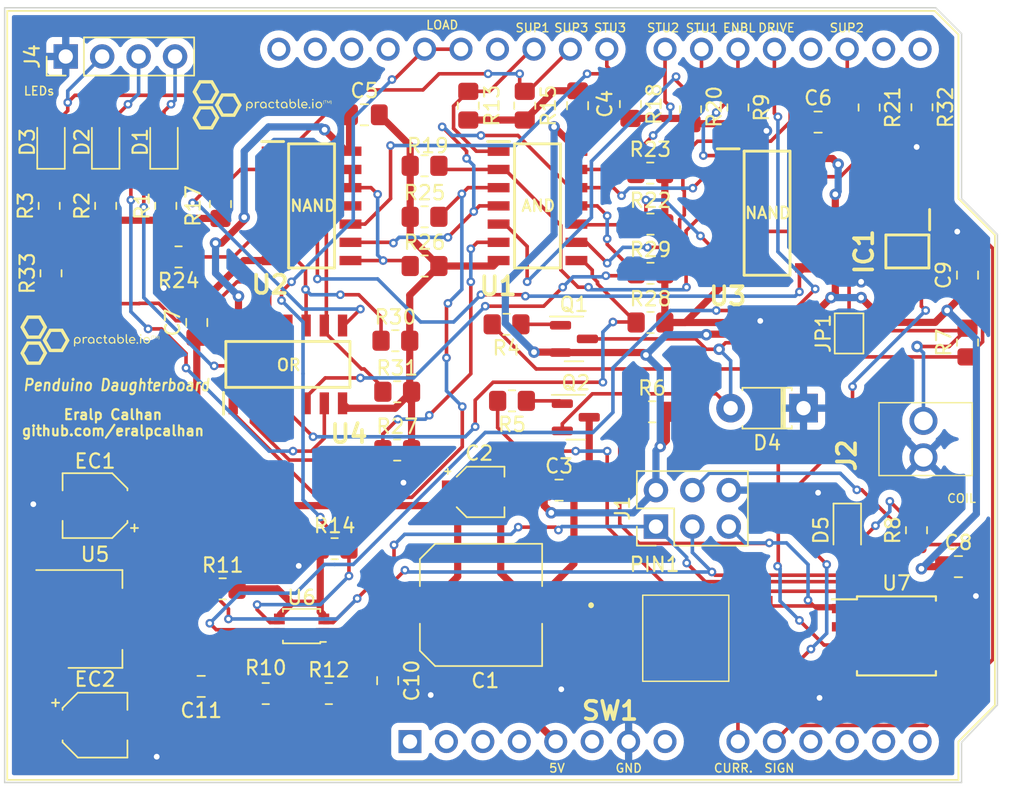
<source format=kicad_pcb>
(kicad_pcb (version 20211014) (generator pcbnew)
  (layers (0 "F.Cu" signal) (31 "B.Cu" signal) (34 "B.Paste" user) (35 "F.Paste" user) (36 "B.SilkS" user "B.Silkscreen") (37 "F.SilkS" user "F.Silkscreen") (38 "B.Mask" user) (39 "F.Mask" user) (44 "Edge.Cuts" user))
  (net 0 "")
  (net 5 "5V")
  (net 7 "GND")
  (net 9 "CURRENT_SENSE_OUT")
  (net 10 "CURRENT_SIGN_OUT")
  (net 17 "SUP_LED_2")
  (net 19 "LOAD_INPUT")
  (net 20 "STUDENT_ENABLE")
  (net 21 "STU_LED_1")
  (net 22 "STU_LED_2")
  (net 23 "STU_LED_3")
  (net 24 "SUP_LED_3")
  (net 25 "SUP_LED_1")
  (net 27 "DRIVE_INPUT")
  (net 32 "Net-(D1-Pad1)")
  (net 33 "Net-(D1-Pad2)")
  (net 34 "Net-(D2-Pad1)")
  (net 35 "Net-(D2-Pad2)")
  (net 36 "Net-(D3-Pad1)")
  (net 37 "Net-(D3-Pad2)")
  (net 38 "Net-(D5-Pad2)")
  (net 39 "Net-(D4-Pad2)")
  (net 40 "Net-(J1-Pad4)")
  (net 41 "Net-(J1-Pad5)")
  (net 42 "Net-(J2-Pad2)")
  (net 43 "Net-(Q1-Pad1)")
  (net 44 "Net-(Q2-Pad1)")
  (net 45 "DRIVE_OUT")
  (net 46 "LOAD_OUT")
  (net 47 "Net-(R17-Pad1)")
  (net 48 "Net-(R19-Pad1)")
  (net 49 "Net-(R22-Pad1)")
  (net 50 "Net-(R24-Pad1)")
  (net 51 "Net-(R25-Pad1)")
  (net 52 "Net-(R26-Pad1)")
  (net 53 "Net-(R27-Pad1)")
  (net 54 "Net-(R28-Pad1)")
  (net 55 "Net-(R29-Pad1)")
  (net 56 "Net-(R30-Pad1)")
  (net 57 "Net-(R31-Pad1)")
  (net 58 "Net-(R32-Pad1)")
  (net 59 "Net-(R33-Pad1)")
  (net 62 "3.3V")
  (net 63 "Net-(IC1-Pad7)")
  (net 64 "Net-(IC1-Pad6)")
  (net 67 "Net-(IC1-Pad3)")
  (net 68 "LOAD")
  (net 69 "DRIVE")
  (footprint "Resistor_SMD:R_0805_2012Metric_Pad1.20x1.40mm_HandSolder" (layer "F.Cu") (at 136.017 69.723 -90)
    (fp_text reference "R13")
    (fp_text value "10k")
  )
  (footprint "000_Graphics_Immo:practactable.io_text_10x4" (layer "F.Cu") (at 121.6 69.7)
    (fp_text reference "G***" hide)
    (fp_text value "LOGO" hide)
  )
  (footprint "Resistor_SMD:R_0805_2012Metric_Pad1.20x1.40mm_HandSolder" (layer "F.Cu") (at 131.064 93.726)
    (fp_text reference "R27")
    (fp_text value "10k")
  )
  (footprint "Capacitor_SMD:CP_Elec_3x5.3" (layer "F.Cu") (at 136.779 96.647)
    (fp_text reference "C2")
    (fp_text value "10u")
  )
  (footprint "Resistor_SMD:R_0805_2012Metric_Pad1.20x1.40mm_HandSolder" (layer "F.Cu") (at 130.937 86.106)
    (fp_text reference "R30")
    (fp_text value "10k")
  )
  (footprint "Package_SO:VSSOP-8_2.4x2.1mm_P0.5mm" (layer "F.Cu") (at 124.4 106 180)
    (fp_text reference "U6")
    (fp_text value "SN74LVC2T45DCUR")
  )
  (footprint "Package_TO_SOT_SMD:SOT-223-3_TabPin2" (layer "F.Cu") (at 110 105.5)
    (fp_text reference "U5")
    (fp_text value "AMS1117-3.3")
  )
  (footprint "Resistor_SMD:R_0805_2012Metric_Pad1.20x1.40mm_HandSolder" (layer "F.Cu") (at 167.64 69.834 -90)
    (fp_text reference "R32")
    (fp_text value "10k")
  )
  (footprint "NetTie:NetTie-2_SMD_Pad0.5mm" (layer "F.Cu") (at 163.83 80.645 -90)
    (fp_text reference "NT3" hide)
    (fp_text value "NetTie_2")
  )
  (footprint "Resistor_SMD:R_0805_2012Metric_Pad1.20x1.40mm_HandSolder" (layer "F.Cu") (at 151.511 69.977 -90)
    (fp_text reference "R20")
    (fp_text value "10k")
  )
  (footprint "Resistor_SMD:R_0805_2012Metric_Pad1.20x1.40mm_HandSolder" (layer "F.Cu") (at 114.935 76.708 90)
    (fp_text reference "R1")
    (fp_text value "330")
  )
  (footprint "Package_SO:SOIC127P600X175-14N" (layer "F.Cu") (at 125.095 76.708)
    (fp_text reference "U2")
    (fp_text value "4011" hide)
  )
  (footprint "Resistor_SMD:R_0805_2012Metric_Pad1.20x1.40mm_HandSolder" (layer "F.Cu") (at 148.701 74.422)
    (fp_text reference "R23")
    (fp_text value "10k")
  )
  (footprint "Resistor_SMD:R_0805_2012Metric_Pad1.20x1.40mm_HandSolder" (layer "F.Cu") (at 110.744 76.708 90)
    (fp_text reference "R2")
    (fp_text value "330")
  )
  (footprint "Resistor_SMD:R_0805_2012Metric_Pad1.20x1.40mm_HandSolder" (layer "F.Cu") (at 170.815 86.233 90)
    (fp_text reference "R7")
    (fp_text value "10R")
  )
  (footprint "Resistor_SMD:R_0805_2012Metric_Pad1.20x1.40mm_HandSolder" (layer "F.Cu") (at 148.717 77.978)
    (fp_text reference "R22")
    (fp_text value "10k")
  )
  (footprint "Package_SO:SOIC-8W_5.3x5.3mm_P1.27mm" (layer "F.Cu") (at 165.862 106.68)
    (fp_text reference "U7")
    (fp_text value "ATtiny85-20S")
  )
  (footprint "LED_SMD:LED_0805_2012Metric_Pad1.15x1.40mm_HandSolder" (layer "F.Cu") (at 106.934 72.263 90)
    (fp_text reference "D3")
    (fp_text value "LED")
  )
  (footprint "Capacitor_SMD:C_0805_2012Metric_Pad1.18x1.45mm_HandSolder" (layer "F.Cu") (at 117.094 84.836 90)
    (fp_text reference "C7")
    (fp_text value "0.1uF")
  )
  (footprint "NetTie:NetTie-2_SMD_Pad0.5mm" (layer "F.Cu") (at 165.354 84.328 -90)
    (fp_text reference "NT2" hide)
    (fp_text value "NetTie_2")
  )
  (footprint "Resistor_SMD:R_0805_2012Metric_Pad1.20x1.40mm_HandSolder" (layer "F.Cu") (at 132.969 73.914 180)
    (fp_text reference "R19")
    (fp_text value "10k")
  )
  (footprint "Capacitor_SMD:C_0805_2012Metric_Pad1.18x1.45mm_HandSolder" (layer "F.Cu") (at 130.4 109.8 -90)
    (fp_text reference "C10")
    (fp_text value "100nF")
  )
  (footprint "Connector_PinHeader_2.54mm:PinHeader_2x03_P2.54mm_Vertical" (layer "F.Cu") (at 149.098 99.06 90)
    (fp_text reference "J1")
    (fp_text value "AVR-ISP-6")
  )
  (footprint "Audio_Module:Infineon Motor Sheild hiddenPins" (layer "F.Cu") (at 112.268 94.361 90)
    (fp_text reference "A1" hide)
    (fp_text value "Infineon Motor Shield MOD" hide)
  )
  (footprint "LED_SMD:LED_0805_2012Metric_Pad1.15x1.40mm_HandSolder" (layer "F.Cu") (at 110.744 72.263 90)
    (fp_text reference "D2")
    (fp_text value "LED")
  )
  (footprint "Package_TO_SOT_SMD:SOT-23" (layer "F.Cu") (at 143.383 85.979)
    (fp_text reference "Q1")
    (fp_text value "BC858W")
  )
  (footprint "Jumper:SolderJumper-2_P1.3mm_Open_Pad1.0x1.5mm" (layer "F.Cu") (at 162.56 85.598 90)
    (fp_text reference "JP1")
    (fp_text value "Shunt Bypass")
  )
  (footprint "Resistor_SMD:R_0805_2012Metric_Pad1.20x1.40mm_HandSolder" (layer "F.Cu") (at 148.717 84.836)
    (fp_text reference "R28")
    (fp_text value "10k")
  )
  (footprint "Resistor_SMD:R_0805_2012Metric_Pad1.20x1.40mm_HandSolder" (layer "F.Cu") (at 106.934 81.407 90)
    (fp_text reference "R33")
    (fp_text value "10k")
  )
  (footprint "Resistor_SMD:R_0805_2012Metric_Pad1.20x1.40mm_HandSolder" (layer "F.Cu") (at 139.065 90.297 180)
    (fp_text reference "R5")
    (fp_text value "2k2")
  )
  (footprint "Resistor_SMD:R_0805_2012Metric_Pad1.20x1.40mm_HandSolder" (layer "F.Cu") (at 131.064 89.662)
    (fp_text reference "R31")
    (fp_text value "10k")
  )
  (footprint "Package_SO:SOIC127P600X175-14N" (layer "F.Cu") (at 140.843 76.708)
    (fp_text reference "U1")
    (fp_text value "4081" hide)
  )
  (footprint "Connector_Molex:RSPROPenduinoTerminal" (layer "F.Cu") (at 167.744 94.234 90)
    (fp_text reference "J2")
    (fp_text value "Coil" hide)
  )
  (footprint "LED_SMD:LED_0805_2012Metric_Pad1.15x1.40mm_HandSolder" (layer "F.Cu") (at 162.433 99.314 -90)
    (fp_text reference "D5")
    (fp_text value "LED")
  )
  (footprint "Resistor_SMD:R_0805_2012Metric_Pad1.20x1.40mm_HandSolder" (layer "F.Cu") (at 115.824 80.264 180)
    (fp_text reference "R24")
    (fp_text value "10k")
  )
  (footprint "Resistor_SMD:R_0805_2012Metric_Pad1.20x1.40mm_HandSolder" (layer "F.Cu") (at 126.7 100.6 180)
    (fp_text reference "R14")
    (fp_text value "10K")
  )
  (footprint "Resistor_SMD:R_0805_2012Metric_Pad1.20x1.40mm_HandSolder" (layer "F.Cu") (at 148.828 91.059)
    (fp_text reference "R6")
    (fp_text value "100k")
  )
  (footprint "Resistor_SMD:R_0805_2012Metric_Pad1.20x1.40mm_HandSolder" (layer "F.Cu") (at 148.717 81.407)
    (fp_text reference "R29")
    (fp_text value "10k")
  )
  (footprint "Resistor_SMD:R_0805_2012Metric_Pad1.20x1.40mm_HandSolder" (layer "F.Cu") (at 132.969 77.47 180)
    (fp_text reference "R25")
    (fp_text value "10k")
  )
  (footprint "Capacitor_SMD:C_0805_2012Metric_Pad1.18x1.45mm_HandSolder" (layer "F.Cu") (at 117.4 110.2 180)
    (fp_text reference "C11")
    (fp_text value "100nF")
  )
  (footprint "Capacitor_SMD:C_0805_2012Metric_Pad1.18x1.45mm_HandSolder" (layer "F.Cu") (at 128.778 70.358)
    (fp_text reference "C5")
    (fp_text value "0.1uF")
  )
  (footprint "Resistor_SMD:R_0805_2012Metric_Pad1.20x1.40mm_HandSolder" (layer "F.Cu") (at 163.957 69.85 -90)
    (fp_text reference "R21")
    (fp_text value "10k")
  )
  (footprint "Resistor_SMD:R_0805_2012Metric_Pad1.20x1.40mm_HandSolder" (layer "F.Cu") (at 118.745 76.581 -90)
    (fp_text reference "R17")
    (fp_text value "10k")
  )
  (footprint "Resistor_SMD:R_0805_2012Metric_Pad1.20x1.40mm_HandSolder" (layer "F.Cu") (at 106.807 76.708 90)
    (fp_text reference "R3")
    (fp_text value "680")
  )
  (footprint "Resistor_SMD:R_0805_2012Metric_Pad1.20x1.40mm_HandSolder" (layer "F.Cu") (at 154.813 69.85 -90)
    (fp_text reference "R9")
    (fp_text value "10k")
  )
  (footprint "LED_SMD:LED_0805_2012Metric_Pad1.15x1.40mm_HandSolder" (layer "F.Cu") (at 114.808 72.263 90)
    (fp_text reference "D1")
    (fp_text value "LED")
  )
  (footprint "Capacitor_SMD:C_0805_2012Metric_Pad1.18x1.45mm_HandSolder" (layer "F.Cu") (at 160.401 70.866)
    (fp_text reference "C6")
    (fp_text value "0.1uF")
  )
  (footprint "Capacitor_SMD:C_0805_2012Metric_Pad1.18x1.45mm_HandSolder" (layer "F.Cu") (at 170.18 101.854)
    (fp_text reference "C8")
    (fp_text value "100nF")
  )
  (footprint "Resistor_SMD:R_0805_2012Metric_Pad1.20x1.40mm_HandSolder" (layer "F.Cu") (at 138.684 84.963 180)
    (fp_text reference "R4")
    (fp_text value "2k2")
  )
  (footprint "Capacitor_SMD:C_0805_2012Metric_Pad1.18x1.45mm_HandSolder" (layer "F.Cu") (at 142.3455 96.52)
    (fp_text reference "C3")
    (fp_text value "0.1u")
  )
  (footprint "Capacitor_SMD:C_0805_2012Metric_Pad1.18x1.45mm_HandSolder" (layer "F.Cu") (at 170.815 81.534 90)
    (fp_text reference "C9")
    (fp_text value "0.1uF")
  )
  (footprint "Diode_THT:D_T-1_P5.08mm_Horizontal" (layer "F.Cu") (at 159.385 90.805 180)
    (fp_text reference "D4")
    (fp_text value "1N4002")
  )
  (footprint "Connector_PinHeader_2.54mm:PinHeader_1x04_P2.54mm_Vertical" (layer "F.Cu") (at 107.96 66.294 90)
    (fp_text reference "J4")
    (fp_text value "Conn_01x04" hide)
  )
  (footprint "Package_TO_SOT_SMD:SOT-23" (layer "F.Cu") (at 143.51 91.44)
    (fp_text reference "Q2")
    (fp_text value "BD911")
  )
  (footprint "Resistor_SMD:R_0805_2012Metric_Pad1.20x1.40mm_HandSolder" (layer "F.Cu") (at 139.954 69.723 -90)
    (fp_text reference "R15")
    (fp_text value "10k")
  )
  (footprint "Resistor_SMD:R_0805_2012Metric_Pad1.20x1.40mm_HandSolder" (layer "F.Cu") (at 126.3 110.7)
    (fp_text reference "R12")
    (fp_text value "10K")
  )
  (footprint "Capacitor_SMD:CP_Elec_4x5.4" (layer "F.Cu") (at 110 112.9)
    (fp_text reference "EC2")
    (fp_text value "10u")
  )
  (footprint "Package_SO:SOIC127P600X175-14N" (layer "F.Cu") (at 123.444 87.757 90)
    (fp_text reference "U4")
    (fp_text value "4071" hide)
  )
  (footprint "000_Graphics_Immo:practactable.io_text_10x4" (layer "F.Cu") (at 109.6 86.1)
    (fp_text reference "G***" hide)
    (fp_text value "LOGO" hide)
  )
  (footprint "NetTie:NetTie-2_SMD_Pad0.5mm" (layer "F.Cu") (at 166.243 74.93 -90)
    (fp_text reference "NT1" hide)
    (fp_text value "NetTie_2")
  )
  (footprint "Resistor_SMD:R_0805_2012Metric_Pad1.20x1.40mm_HandSolder" (layer "F.Cu") (at 118.9 103.4)
    (fp_text reference "R11")
    (fp_text value "10K")
  )
  (footprint "Sensor_Current:SOP65P490X110-8N" (layer "F.Cu") (at 166.624 79.883 -90)
    (fp_text reference "IC1")
    (fp_text value "MAX9928FAUA+" hide)
  )
  (footprint "Package_SO:SOIC127P600X175-14N" (layer "F.Cu") (at 156.845 77.216)
    (fp_text reference "U3")
    (fp_text value "4011" hide)
  )
  (footprint "Capacitor_SMD:CP_Elec_4x5.4" (layer "F.Cu") (at 110 97.6 180)
    (fp_text reference "EC1")
    (fp_text value "10u")
  )
  (footprint "Capacitor_SMD:C_Elec_8x10.2" (layer "F.Cu") (at 136.906 104.521)
    (fp_text reference "C1")
    (fp_text value "470u")
  )
  (footprint "Button_Switch_SMD:13019319" (layer "F.Cu") (at 150.327 106.843)
    (fp_text reference "SW1")
    (fp_text value "SW_Push" hide)
  )
  (footprint "Resistor_SMD:R_0805_2012Metric_Pad1.20x1.40mm_HandSolder" (layer "F.Cu") (at 167.259 99.314 90)
    (fp_text reference "R8")
    (fp_text value "680")
  )
  (footprint "Capacitor_SMD:C_0805_2012Metric_Pad1.18x1.45mm_HandSolder" (layer "F.Cu") (at 143.637 69.723 90)
    (fp_text reference "C4")
    (fp_text value "0.1uF")
  )
  (footprint "Resistor_SMD:R_0805_2012Metric_Pad1.20x1.40mm_HandSolder" (layer "F.Cu") (at 121.9 110.7 180)
    (fp_text reference "R10")
    (fp_text value "10K")
  )
  (footprint "Resistor_SMD:R_0805_2012Metric_Pad1.20x1.40mm_HandSolder" (layer "F.Cu") (at 147.32 69.612 -90)
    (fp_text reference "R18")
    (fp_text value "10k")
  )
  (footprint "Resistor_SMD:R_0805_2012Metric_Pad1.20x1.40mm_HandSolder" (layer "F.Cu") (at 132.969 80.899)
    (fp_text reference "R26")
    (fp_text value "10k")
  )
  (gr_line (start 172.9 111.5) (end 172.9 78.7) (layer "Edge.Cuts") (width 0.1))
  (gr_line (start 168.6 62.9) (end 103.7 62.9) (layer "Edge.Cuts") (width 0.1))
  (gr_line (start 103.7 62.9) (end 103.7 116.9) (layer "Edge.Cuts") (width 0.1))
  (gr_line (start 170.4 64.7) (end 168.6 62.9) (layer "Edge.Cuts") (width 0.1))
  (gr_line (start 170.4 114.1) (end 172.9 111.5) (layer "Edge.Cuts") (width 0.1))
  (gr_line (start 170.4 76.2) (end 170.4 64.7) (layer "Edge.Cuts") (width 0.1))
  (gr_line (start 103.7 116.9) (end 170.4 116.9) (layer "Edge.Cuts") (width 0.1))
  (gr_line (start 172.9 78.7) (end 170.4 76.2) (layer "Edge.Cuts") (width 0.1))
  (gr_line (start 170.4 116.9) (end 170.4 114.1) (layer "Edge.Cuts") (width 0.1))
  (gr_text "STU3" (at 145.9 64.3) (layer "F.SilkS") (effects (font (size 0.6 0.6) (thickness 0.1))))
  (gr_text "NAND" (at 156.9 77.2) (layer "F.SilkS") (effects (font (size 0.8 0.8))))
  (gr_text "LEDs" (at 106.1 68.7) (layer "F.SilkS") (effects (font (size 0.6 0.6) (thickness 0.1))))
  (gr_text "PIN1" (at 149 101.7) (layer "F.SilkS") (effects (font (size 1 1))))
  (gr_text "CURR." (at 154.5 115.9) (layer "F.SilkS") (effects (font (size 0.6 0.6) (thickness 0.1))))
  (gr_text "5V" (at 142.2 115.9) (layer "F.SilkS") (effects (font (size 0.6 0.6) (thickness 0.1))))
  (gr_text "AND" (at 140.9 76.7) (layer "F.SilkS") (effects (font (size 0.8 0.8))))
  (gr_text "SUP1" (at 140.5 64.3) (layer "F.SilkS") (effects (font (size 0.6 0.6) (thickness 0.1))))
  (gr_text "SUP3" (at 143.2 64.3) (layer "F.SilkS") (effects (font (size 0.6 0.6) (thickness 0.1))))
  (gr_text "STU2\n" (at 149.6 64.3) (layer "F.SilkS") (effects (font (size 0.6 0.6) (thickness 0.1))))
  (gr_text "SUP2\n" (at 162.4 64.3) (layer "F.SilkS") (effects (font (size 0.6 0.6) (thickness 0.1))))
  (gr_text "GND" (at 147.2 115.9) (layer "F.SilkS") (effects (font (size 0.6 0.6) (thickness 0.1))))
  (gr_text "ENBL" (at 154.9 64.3) (layer "F.SilkS") (effects (font (size 0.6 0.6) (thickness 0.1))))
  (gr_text "DRIVE" (at 157.5 64.3) (layer "F.SilkS") (effects (font (size 0.6 0.6) (thickness 0.1))))
  (gr_text "Penduino Daughterboard" (at 111.5 89.2) (layer "F.SilkS") (effects (font (size 0.8 0.7) (thickness 0.14) italic)))
  (gr_text "COIL" (at 170.4 97.1) (layer "F.SilkS") (effects (font (size 0.6 0.6) (thickness 0.1))))
  (gr_text "SIGN" (at 157.7 115.9) (layer "F.SilkS") (effects (font (size 0.6 0.6) (thickness 0.1))))
  (gr_text "STU1\n\n" (at 152.3 64.8) (layer "F.SilkS") (effects (font (size 0.6 0.6) (thickness 0.1))))
  (gr_text "OR" (at 123.5 87.8) (layer "F.SilkS") (effects (font (size 0.8 0.8))))
  (gr_text "NAND" (at 125.2 76.7) (layer "F.SilkS") (effects (font (size 0.8 0.8))))
  (gr_text "Eralp Calhan\ngithub.com/eralpcalhan\n" (at 111.252 91.821) (layer "F.SilkS") (effects (font (size 0.7 0.7))))
  (gr_text "LOAD" (at 134.2 64.1) (layer "F.SilkS") (effects (font (size 0.6 0.6) (thickness 0.1))))
  (segment (start 117.094 85.8735) (end 117.094 92.306) (width 0.5) (layer "F.Cu") (net 5))
  (segment (start 159.3635 70.866) (end 159.3635 73.2125) (width 0.5) (layer "F.Cu") (net 5))
  (segment (start 118.8055 85.8735) (end 119.634 85.045) (width 0.5) (layer "F.Cu") (net 5))
  (segment (start 141.308 97.608) (end 141.8 98.1) (width 0.5) (layer "F.Cu") (net 5))
  (segment (start 141.308 96.52) (end 141.308 97.608) (width 0.5) (layer "F.Cu") (net 5))
  (segment (start 149.828 93.04504) (end 149.39754 93.4755) (width 0.5) (layer "F.Cu") (net 5))
  (segment (start 161.406 73.406) (end 161.8 73.8) (width 0.5) (layer "F.Cu") (net 5))
  (segment (start 152.642604 85.650379) (end 152.607483 85.6855) (width 0.5) (layer "F.Cu") (net 5))
  (segment (start 133.306 104.521) (end 133.306 105.8565) (width 0.5) (layer "F.Cu") (net 5))
  (segment (start 127.7405 70.358) (end 127.7405 72.8315) (width 0.5) (layer "F.Cu") (net 5))
  (segment (start 134.326 97.6) (end 135.279 96.647) (width 0.5) (layer "F.Cu") (net 5))
  (segment (start 120 83) (end 120 84.679) (width 0.5) (layer "F.Cu") (net 5))
  (segment (start 170.815 82.5715) (end 169.39325 83.99325) (width 0.5) (layer "F.Cu") (net 5))
  (segment (start 120.4 77.71527) (end 118.81527 79.3) (width 0.5) (layer "F.Cu") (net 5))
  (segment (start 149.828 91.059) (end 149.828 93.04504) (width 0.5) (layer "F.Cu") (net 5))
  (segment (start 120 84.679) (end 119.634 85.045) (width 0.5) (layer "F.Cu") (net 5))
  (segment (start 140.6 86.9) (end 142.4165 86.9) (width 0.5) (layer "F.Cu") (net 5))
  (segment (start 143.637 70.7605) (end 143.637 72.816) (width 0.5) (layer "F.Cu") (net 5))
  (segment (start 168.5585 84.828) (end 165.354 84.828) (width 0.5) (layer "F.Cu") (net 5))
  (segment (start 165.354 84.828) (end 165.128 84.828) (width 0.5) (layer "F.Cu") (net 5))
  (segment (start 143.637 72.816) (end 143.555 72.898) (width 0.5) (layer "F.Cu") (net 5))
  (segment (start 127.498 72.898) (end 126 71.4) (width 0.5) (layer "F.Cu") (net 5))
  (segment (start 111.8 97.6) (end 134.326 97.6) (width 0.5) (layer "F.Cu") (net 5))
  (segment (start 169.512 102.2235) (end 169.1425 101.854) (width 0.5) (layer "F.Cu") (net 5))
  (segment (start 133.306 105.8565) (end 130.4 108.7625) (width 0.5) (layer "F.Cu") (net 5))
  (segment (start 118.81527 79.3) (end 118.4 79.3) (width 0.5) (layer "F.Cu") (net 5))
  (segment (start 136.528511 95.397489) (end 135.279 96.647) (width 0.5) (layer "F.Cu") (net 5))
  (segment (start 117.094 92.306) (end 111.8 97.6) (width 0.5) (layer "F.Cu") (net 5))
  (segment (start 159.557 73.406) (end 161.406 73.406) (width 0.5) (layer "F.Cu") (net 5))
  (segment (start 169.39325 83.99325) (end 168.5585 84.828) (width 0.5) (layer "F.Cu") (net 5))
  (segment (start 143.555 72.755) (end 142 71.2) (width 0.5) (layer "F.Cu") (net 5))
  (segment (start 135.279 96.647) (end 135.279 102.548) (width 0.5) (layer "F.Cu") (net 5))
  (segment (start 130.4 108.7625) (end 130.4 108.4) (width 0.5) (layer "F.Cu") (net 5))
  (segment (start 161.3 83.1) (end 158.749621 85.650379) (width 0.5) (layer "F.Cu") (net 5))
  (segment (start 128.824511 106.824511) (end 126.024511 106.824511) (width 0.5) (layer "F.Cu") (net 5))
  (segment (start 130.4 108.4) (end 128.824511 106.824511) (width 0.5) (layer "F.Cu") (net 5))
  (segment (start 142.4455 86.929) (end 148.229 86.929) (width 0.5) (layer "F.Cu") (net 5))
  (segment (start 167.746 101.854) (end 167.6 102) (width 0.5) (layer "F.Cu") (net 5))
  (segment (start 158.749621 85.650379) (end 152.642604 85.650379) (width 0.5) (layer "F.Cu") (net 5))
  (segment (start 135.279 102.548) (end 133.306 104.521) (width 0.5) (layer "F.Cu") (net 5))
  (segment (start 169.512 104.775) (end 169.512 102.2235) (width 0.5) (layer "F.Cu") (net 5))
  (segment (start 169.1425 101.854) (end 167.746 101.854) (width 0.5) (layer "F.Cu") (net 5))
  (segment (start 111.8 102.6) (end 111.8 97.6) (width 0.5) (layer "F.Cu") (net 5))
  (segment (start 111.8 103.1) (end 111.8 102.6) (width 0.5) (layer "F.Cu") (net 5))
  (segment (start 107.1 107.8) (end 111.8 103.1) (width 0.5) (layer "F.Cu") (net 5))
  (segment (start 165.128 84.828) (end 163.4 83.1) (width 0.5) (layer "F.Cu") (net 5))
  (segment (start 161.6 75.9) (end 161.6 82.8) (width 0.5) (layer "F.Cu") (net 5))
  (segment (start 148.229 86.929) (end 148.4 87.1) (width 0.5) (layer "F.Cu") (net 5))
  (segment (start 159.3635 73.2125) (end 159.557 73.406) (width 0.5) (layer "F.Cu") (net 5))
  (segment (start 117.094 85.8735) (end 118.8055 85.8735) (width 0.5) (layer "F.Cu") (net 5))
  (segment (start 141.308 96.52) (end 140.185489 95.397489) (width 0.5) (layer "F.Cu") (net 5))
  (segment (start 140.185489 95.397489) (end 136.528511 95.397489) (width 0.5) (layer "F.Cu") (net 5))
  (segment (start 161.6 82.8) (end 161.3 83.1) (width 0.5) (layer "F.Cu") (net 5))
  (segment (start 142.113 114.046) (end 133.306 105.239) (width 0.5) (layer "F.Cu") (net 5))
  (segment (start 143.555 72.898) (end 143.555 72.755) (width 0.5) (layer "F.Cu") (net 5))
  (segment (start 120.4 77.5) (end 120.4 77.71527) (width 0.5) (layer "F.Cu") (net 5))
  (via (at 163.4 83.1) (size 0.8) (drill 0.4) (layers "F.Cu" "B.Cu") (net 5))
  (via (at 148.4 87.1) (size 0.8) (drill 0.4) (layers "F.Cu" "B.Cu") (net 5))
  (via (at 169.39325 83.99325) (size 0.8) (drill 0.4) (layers "F.Cu" "B.Cu") (net 5))
  (via (at 149.39754 93.4755) (size 0.8) (drill 0.4) (layers "F.Cu" "B.Cu") (net 5))
  (via (at 161.3 83.1) (size 0.8) (drill 0.4) (layers "F.Cu" "B.Cu") (net 5))
  (via (at 126 71.4) (size 0.8) (drill 0.4) (layers "F.Cu" "B.Cu") (net 5))
  (via (at 161.6 75.9) (size 0.8) (drill 0.4) (layers "F.Cu" "B.Cu") (net 5))
  (via (at 140.6 86.9) (size 0.8) (drill 0.4) (layers "F.Cu" "B.Cu") (net 5))
  (via (at 161.8 73.8) (size 0.8) (drill 0.4) (layers "F.Cu" "B.Cu") (net 5))
  (via (at 118.4 79.3) (size 0.8) (drill 0.4) (layers "F.Cu" "B.Cu") (net 5))
  (via (at 120 83) (size 0.8) (drill 0.4) (layers "F.Cu" "B.Cu") (net 5))
  (via (at 141.8 98.1) (size 0.8) (drill 0.4) (layers "F.Cu" "B.Cu") (net 5))
  (via (at 120.4 77.5) (size 0.8) (drill 0.4) (layers "F.Cu" "B.Cu") (net 5))
  (via (at 142 71.2) (size 0.8) (drill 0.4) (layers "F.Cu" "B.Cu") (net 5))
  (via (at 167.6 102) (size 0.8) (drill 0.4) (layers "F.Cu" "B.Cu") (net 5))
  (via (at 152.607483 85.6855) (size 0.8) (drill 0.4) (layers "F.Cu" "B.Cu") (net 5))
  (segment (start 120.4 72.9) (end 120.4 77.5) (width 0.5) (layer "B.Cu") (net 5))
  (segment (start 149.4 93.47304) (end 149.39754 93.4755) (width 0.5) (layer "B.Cu") (net 5))
  (segment (start 149.4 88.1) (end 149.4 93.47304) (width 0.5) (layer "B.Cu") (net 5))
  (segment (start 122.1 71.2) (end 120.4 72.9) (width 0.5) (layer "B.Cu") (net 5))
  (segment (start 171.433521 86.033521) (end 169.39325 83.99325) (width 0.5) (layer "B.Cu") (net 5))
  (segment (start 118.4 79.3) (end 118.4 81.4) (width 0.5) (layer "B.Cu") (net 5))
  (segment (start 142 71.2) (end 142 78.7) (width 0.5) (layer "B.Cu") (net 5))
  (segment (start 149.8145 85.6855) (end 152.607483 85.6855) (width 0.5) (layer "B.Cu") (net 5))
  (segment (start 149.098 96.52) (end 149.098 93.77504) (width 0.5) (layer "B.Cu") (net 5))
  (segment (start 148.4 87.1) (end 149.8145 85.6855) (width 0.5) (layer "B.Cu") (net 5))
  (segment (start 126 71.4) (end 125.8 71.2) (width 0.5) (layer "B.Cu") (net 5))
  (segment (start 142 78.7) (end 138.6 82.1) (width 0.5) (layer "B.Cu") (net 5))
  (segment (start 138.6 82.1) (end 138.6 84.9) (width 0.5) (layer "B.Cu") (net 5))
  (segment (start 163.4 83.1) (end 161.3 83.1) (width 0.5) (layer "B.Cu") (net 5))
  (segment (start 141.8 98.1) (end 147.518 98.1) (width 0.5) (layer "B.Cu") (net 5))
  (segment (start 167.6 102) (end 171.433521 98.166479) (width 0.5) (layer "B.Cu") (net 5))
  (segment (start 125.8 71.2) (end 122.1 71.2) (width 0.5) (layer "B.Cu") (net 5))
  (segment (start 161.8 73.8) (end 161.8 75.7) (width 0.5) (layer "B.Cu") (net 5))
  (segment (start 138.6 84.9) (end 140.6 86.9) (width 0.5) (layer "B.Cu") (net 5))
  (segment (start 118.4 81.4) (end 120 83) (width 0.5) (layer "B.Cu") (net 5))
  (segment (start 149.098 93.77504) (end 149.39754 93.4755) (width 0.5) (layer "B.Cu") (net 5))
  (segment (start 148.4 87.1) (end 149.4 88.1) (width 0.5) (layer "B.Cu") (net 5))
  (segment (start 161.8 75.7) (end 161.6 75.9) (width 0.5) (layer "B.Cu") (net 5))
  (segment (start 171.433521 98.166479) (end 171.433521 86.033521) (width 0.5) (layer "B.Cu") (net 5))
  (segment (start 147.518 98.1) (end 149.098 96.52) (width 0.5) (layer "B.Cu") (net 5))
  (segment (start 151.511 70.977) (end 154.686 70.977) (width 0.5) (layer "F.Cu") (net 7))
  (segment (start 126.44952 111.84952) (end 125.3 110.7) (width 0.5) (layer "F.Cu") (net 7))
  (segment (start 125.7 100.6) (end 124.5 101.8) (width 0.5) (layer "F.Cu") (net 7))
  (segment (start 133.969 80.899) (end 137.75 80.899) (width 0.5) (layer "F.Cu") (net 7))
  (segment (start 131.969 73.914) (end 131.969 77.47) (width 0.5) (layer "F.Cu") (net 7))
  (segment (start 108.2 97.6) (end 106.85 98.95) (width 0.5) (layer "F.Cu") (net 7))
  (segment (start 125.3 110.7) (end 122.9 110.7) (width 0.5) (layer "F.Cu") (net 7))
  (segment (start 106.807 77.708) (end 106.807 80.28) (width 0.5) (layer "F.Cu") (net 7))
  (segment (start 138.279 96.647) (end 138.279 102.294) (width 0.5) (layer "F.Cu") (net 7))
  (segment (start 170.815 80.4965) (end 170.815 79.215) (width 0.5) (layer "F.Cu") (net 7))
  (segment (start 156.258289 84.836) (end 156.369789 84.7245) (width 0.5) (layer "F.Cu") (net 7))
  (segment (start 149.717 84.836) (end 156.258289 84.836) (width 0.5) (layer "F.Cu") (net 7))
  (segment (start 127.254 90.469) (end 127.59652 90.81152) (width 0.5) (layer "F.Cu") (net 7))
  (segment (start 105.8 97.6) (end 105.7 97.5) (width 0.5) (layer "F.Cu") (net 7))
  (segment (start 146.177 109.093) (end 143.807 109.093) (width 0.5) (layer "F.Cu") (net 7))
  (segment (start 112.1 112.9) (end 114.3 115.1) (width 0.5) (layer "F.Cu") (net 7))
  (segment (start 131.969 72.5115) (end 129.8155 70.358) (width 0.5) (layer "F.Cu") (net 7))
  (segment (start 163.83 81.57) (end 163.4 82) (width 0.5) (layer "F.Cu") (net 7))
  (segment (start 132.064 93.726) (end 132.064 95.436) (width 0.5) (layer "F.Cu") (net 7))
  (segment (start 149.717 84.836) (end 149.717 81.407) (width 0.5) (layer "F.Cu") (net 7))
  (segment (start 132.064 90.364) (end 132.064 93.726) (width 0.5) (layer "F.Cu") (net 7))
  (segment (start 110.744 77.708) (end 114.935 77.708) (width 0.5) (layer "F.Cu") (net 7))
  (segment (start 149.701 72.787) (end 151.511 70.977) (width 0.5) (layer "F.Cu") (net 7))
  (segment (start 129.38798 111.84952) (end 126.44952 111.84952) (width 0.5) (layer "F.Cu") (net 7))
  (segment (start 146.177 104.593) (end 146.177 109.093) (width 0.5) (layer "F.Cu") (net 7))
  (segment (start 118.745 77.581) (end 115.062 77.581) (width 0.5) (layer "F.Cu") (net 7))
  (segment (start 130.4 110.8375) (end 133.3625 110.8375) (width 0.5) (layer "F.Cu") (net 7))
  (segment (start 161.989 98.289) (end 160.4 96.7) (width 0.5) (layer "F.Cu") (net 7))
  (segment (start 117.094 83.7985) (end 115.729423 82.433923) (width 0.5) (layer "F.Cu") (net 7))
  (segment (start 171.2175 101.854) (end 171.2175 103.7175) (width 0.5) (layer "F.Cu") (net 7))
  (segment (start 154.813 70.85) (end 156.1745 70.85) (width 0.5) (layer "F.Cu") (net 7))
  (segment (start 122.383 80.518) (end 120.3745 80.518) (width 0.5) (layer "F.Cu") (net 7))
  (segment (start 156.1745 70.85) (end 156.799951 71.475451) (width 0.5) (layer "F.Cu") (net 7))
  (segment (start 154.133 81.851) (end 151.148 84.836) (width 0.5) (layer "F.Cu") (net 7))
  (segment (start 132.064 95.436) (end 131.5 96) (width 0.5) (layer "F.Cu") (net 7))
  (segment (start 144.4475 91.44) (end 144.4475 95.4555) (width 0.5) (layer "F.Cu") (net 7))
  (segment (start 143.637 68.6855) (end 141.9915 68.6855) (width 0.5) (layer "F.Cu") (net 7))
  (segment (start 130.4 110.8375) (end 129.38798 111.84952) (width 0.5) (layer "F.Cu") (net 7))
  (segment (start 137.75 80.899) (end 138.131 80.518) (width 0.5) (layer "F.Cu") (net 7))
  (segment (start 167.64 70.834) (end 167.64 72.229637) (width 0.5) (layer "F.Cu") (net 7))
  (segment (start 144.4475 95.4555) (end 143.383 96.52) (width 0.5) (layer "F.Cu") (net 7))
  (segment (start 140.578 104.593) (end 146.177 104.593) (width 0.5) (layer "F.Cu") (net 7))
  (segment (start 110.744 77.708) (end 106.807 77.708) (width 0.5) (layer "F.Cu") (net 7))
  (segment (start 145.3935 68.6855) (end 147.32 70.612) (width 0.5) (layer "F.Cu") (net 7))
  (segment (start 162.212 109.288) (end 160.5 111) (width 0.5) (layer "F.Cu") (net 7))
  (segment (start 167.64 70.834) (end 163.973 70.834) (width 0.5) (layer "F.Cu") (net 7))
  (segment (start 149.717 77.978) (end 149.717 74.438) (width 0.5) (layer "F.Cu") (net 7))
  (segment (start 149.701 74.422) (end 149.701 72.787) (width 0.5) (layer "F.Cu") (net 7))
  (segment (start 167.64 72.229637) (end 167.269637 72.6) (width 0.5) (layer "F.Cu") (net 7))
  (segment (start 171.2175 103.7175) (end 171.4 103.9) (width 0.5) (layer "F.Cu") (net 7))
  (segment (start 115.729423 82.433923) (end 114.790166 82.433923) (width 0.5) (layer "F.Cu") (net 7))
  (segment (start 143.807 109.093) (end 142.5 110.4) (width 0.5) (layer "F.Cu") (net 7))
  (segment (start 114.935 77.708) (end 114.935 80.153) (width 0.5) (layer "F.Cu") (net 7))
  (segment (start 143.383 101.644) (end 140.506 104.521) (width 0.5) (layer "F.Cu") (net 7))
  (segment (start 131.969 77.47) (end 131.969 78.899) (width 0.5) (layer "F.Cu") (net 7))
  (segment (start 131.937 86.106) (end 131.937 82.931) (width 0.5) (layer "F.Cu") (net 7))
  (segment (start 116.3625 110.2) (end 114.5 110.2) (width 0.5) (layer "F.Cu") (net 7))
  (segment (start 125.7 100.6) (end 125.7 104.4) (width 0.5) (layer "F.Cu") (net 7))
  (segment (start 114.824 80.264) (end 114.824 81.5285) (width 0.5) (layer "F.Cu") (net 7))
  (segment (start 147.32 70.612) (end 151.146 70.612) (width 0.5) (layer "F.Cu") (net 7))
  (segment (start 151.146 70.612) (end 151.511 70.977) (width 0.5) (layer "F.Cu") (net 7))
  (segment (start 161.4385 70.866) (end 163.941 70.866) (width 0.5) (layer "F.Cu") (net 7))
  (segment (start 114.824 81.5285) (end 117.094 83.7985) (width 0.5) (layer "F.Cu") (net 7))
  (segment (start 139.954 70.723) (end 136.017 70.723) (width 0.5) (layer "F.Cu") (net 7))
  (segment (start 108.2 97.6) (end 105.8 97.6) (width 0.5) (layer "F.Cu") (net 7))
  (segment (start 127.59652 90.81152) (end 130.91448 90.81152) (width 0.5) (layer "F.Cu") (net 7))
  (segment (start 132.064 89.662) (end 132.064 90.364) (width 0.5) (layer "F.Cu") (net 7))
  (segment (start 151.148 84.836) (end 149.717 84.836) (width 0.5) (layer "F.Cu") (net 7))
  (segment (start 154.133 81.026) (end 154.133 81.851) (width 0.5) (layer "F.Cu") (net 7))
  (segment (start 125.7 105) (end 125.87548 105.17548) (width 0.5) (layer "F.Cu") (net 7))
  (segment (start 143.637 68.6855) (end 145.3935 68.6855) (width 0.5) (layer "F.Cu") (net 7))
  (segment (start 114.5 110.2) (end 111.8 112.9) (width 0.5) (layer "F.Cu") (net 7))
  (segment (start 131.937 90.237) (end 132.064 90.364) (width 0.5) (layer "F.Cu") (net 7))
  (segment (start 170.815 79.215) (end 170.1 78.5) (width 0.5) (layer "F.Cu") (net 7))
  (segment (start 131.937 86.106) (end 131.937 90.237) (width 0.5) (layer "F.Cu") (net 7))
  (segment (start 133.3625 110.8375) (end 133.4 110.8) (width 0.5) (layer "F.Cu") (net 7))
  (segment (start 123.7 104.4) (end 122.924511 105.175489) (width 0.5) (layer "F.Cu") (net 7))
  (segment (start 119.9 103.4) (end 122.7 103.4) (width 0.5) (layer "F.Cu") (net 7))
  (segment (start 130.91448 90.81152) (end 132.064 89.662) (width 0.5) (layer "F.Cu") (net 7))
  (segment (start 131.937 82.931) (end 133.969 80.899) (width 0.5) (layer "F.Cu") (net 7))
  (segment (start 122.7 103.4) (end 123.7 104.4) (width 0.5) (layer "F.Cu") (net 7))
  (segment (start 141.9915 68.6855) (end 139.954 70.723) (width 0.5) (layer "F.Cu") (net 7))
  (segment (start 162.212 108.585) (end 162.212 109.288) (width 0.5) (layer "F.Cu") (net 7))
  (segment (start 106.85 98.95) (end 106.85 103.2) (width 0.5) (layer "F.Cu") (net 7))
  (segment (start 163.83 81.145) (end 163.83 81.57) (width 0.5) (layer "F.Cu") (net 7))
  (segment (start 143.383 96.52) (end 143.383 101.644) (width 0.5) (layer "F.Cu") (net 7))
  (segment (start 125.7 104.4) (end 123.7 104.4) (width 0.5) (layer "F.Cu") (net 7))
  (segment (start 138.279 102.294) (end 140.506 104.521) (width 0.5) (layer "F.Cu") (net 7))
  (segment (start 131.969 78.899) (end 133.969 80.899) (width 0.5) (layer "F.Cu") (net 7))
  (segment (start 131.969 73.914) (end 131.969 72.5115) (width 0.5) (layer "F.Cu") (net 7))
  (segment (start 120.3745 80.518) (end 117.094 83.7985) (width 0.5) (layer "F.Cu") (net 7))
  (segment (start 125.7 104.4) (end 125.7 105) (width 0.5) (layer "F.Cu") (net 7))
  (segment (start 124.5 101.8) (end 124.2 101.8) (width 0.5) (layer "F.Cu") (net 7))
  (via (at 131.5 96) (size 0.8) (drill 0.4) (layers "F.Cu" "B.Cu") (net 7))
  (via (at 163.4 82) (size 0.8) (drill 0.4) (layers "F.Cu" "B.Cu") (net 7))
  (via (at 105.7 97.5) (size 0.8) (drill 0.4) (layers "F.Cu" "B.Cu") (net 7))
  (via (at 156.369789 84.7245) (size 0.8) (drill 0.4) (layers "F.Cu" "B.Cu") (net 7))
  (via (at 156.799951 71.475451) (size 0.8) (drill 0.4) (layers "F.Cu" "B.Cu") (net 7))
  (via (at 170.1 78.5) (size 0.8) (drill 0.4) (layers "F.Cu" "B.Cu") (net 7))
  (via (at 171.4 103.9) (size 0.8) (drill 0.4) (layers "F.Cu" "B.Cu") (net 7))
  (via (at 167.269637 72.6) (size 0.8) (drill 0.4) (layers "F.Cu" "B.Cu") (net 7))
  (via (at 133.4 110.8) (size 0.8) (drill 0.4) (layers "F.Cu" "B.Cu") (net 7))
  (via (at 124.2 101.8) (size 0.8) (drill 0.4) (layers "F.Cu" "B.Cu") (net 7))
  (via (at 114.790166 82.433923) (size 0.8) (drill 0.4) (layers "F.Cu" "B.Cu") (net 7))
  (via (at 142.5 110.4) (size 0.8) (drill 0.4) (layers "F.Cu" "B.Cu") (net 7))
  (via (at 114.3 115.1) (size 0.8) (drill 0.4) (layers "F.Cu" "B.Cu") (net 7))
  (via (at 160.4 96.7) (size 0.8) (drill 0.4) (layers "F.Cu" "B.Cu") (net 7))
  (via (at 160.5 111) (size 0.8) (drill 0.4) (layers "F.Cu" "B.Cu") (net 7))
  (segment (start 158.9 96.3) (end 158.9 99.6) (width 0.25) (layer "F.Cu") (net 9))
  (segment (start 159.9 107.6) (end 154.813 112.687) (width 0.25) (layer "F.Cu") (net 9))
  (segment (start 167.599 83.699) (end 167.9 84) (width 0.25) (layer "F.Cu") (net 9))
  (segment (start 162.8 92.4) (end 158.9 96.3) (width 0.25) (layer "F.Cu") (net 9))
  (segment (start 154.813 112.687) (end 154.813 114.046) (width 0.25) (layer "F.Cu") (net 9))
  (segment (start 167.599 82.095) (end 167.599 83.699) (width 0.25) (layer "F.Cu") (net 9))
  (segment (start 158.9 99.6) (end 161 101.7) (width 0.25) (layer "F.Cu") (net 9))
  (segment (start 162.8 89.3) (end 162.8 92.4) (width 0.25) (layer "F.Cu") (net 9))
  (via (at 162.8 89.3) (size 0.6) (drill 0.3) (layers "F.Cu" "B.Cu") (net 9))
  (via (at 159.9 107.6) (size 0.6) (drill 0.3) (layers "F.Cu" "B.Cu") (net 9))
  (via (at 167.9 84) (size 0.6) (drill 0.3) (layers "F.Cu" "B.Cu") (net 9))
  (via (at 161 101.7) (size 0.6) (drill 0.3) (layers "F.Cu" "B.Cu") (net 9))
  (segment (start 162.8 89.1) (end 162.8 89.3) (width 0.25) (layer "B.Cu") (net 9))
  (segment (start 167.9 84) (end 162.8 89.1) (width 0.25) (layer "B.Cu") (net 9))
  (segment (start 161 101.7) (end 161 106.5) (width 0.25) (layer "B.Cu") (net 9))
  (segment (start 161 106.5) (end 159.9 107.6) (width 0.25) (layer "B.Cu") (net 9))
  (segment (start 166.949 77.671) (end 166.949 76.7085) (width 0.25) (layer "F.Cu") (net 10))
  (segment (start 168.7 75.8) (end 172.579031 79.679031) (width 0.25) (layer "F.Cu") (net 10))
  (segment (start 167.7 75.9575) (end 167.7 75.8) (width 0.25) (layer "F.Cu") (net 10))
  (segment (start 172.579031 108.320969) (end 167.978511 112.921489) (width 0.25) (layer "F.Cu") (net 10))
  (segment (start 172.579031 79.679031) (end 172.579031 108.320969) (width 0.25) (layer "F.Cu") (net 10))
  (segment (start 167.978511 112.921489) (end 158.477511 112.921489) (width 0.25) (layer "F.Cu") (net 10))
  (segment (start 158.477511 112.921489) (end 157.353 114.046) (width 0.25) (layer "F.Cu") (net 10))
  (segment (start 167.7 75.8) (end 168.7 75.8) (width 0.25) (layer "F.Cu") (net 10))
  (segment (start 166.949 76.7085) (end 167.7 75.9575) (width 0.25) (layer "F.Cu") (net 10))
  (segment (start 158.45148 70.153027) (end 159.754507 68.85) (width 0.25) (layer "F.Cu") (net 17))
  (segment (start 150.750489 78.557004) (end 150.750489 77.661993) (width 0.25) (layer "F.Cu") (net 17))
  (segment (start 157.1 72.2) (end 158.45148 70.84852) (width 0.25) (layer "F.Cu") (net 17))
  (segment (start 159.754507 68.85) (end 163.957 68.85) (width 0.25) (layer "F.Cu") (net 17))
  (segment (start 162.433 67.326) (end 163.957 68.85) (width 0.25) (layer "F.Cu") (net 17))
  (segment (start 143.555 79.248) (end 144.248 79.248) (width 0.25) (layer "F.Cu") (net 17))
  (segment (start 151.074511 77.337971) (end 151.074511 75.662029) (width 0.25) (layer "F.Cu") (net 17))
  (segment (start 148.5 79.6) (end 149.707493 79.6) (width 0.25) (layer "F.Cu") (net 17))
  (segment (start 149.707493 79.6) (end 150.750489 78.557004) (width 0.25) (layer "F.Cu") (net 17))
  (segment (start 151.074511 75.662029) (end 150.974511 75.562029) (width 0.25) (layer "F.Cu") (net 17))
  (segment (start 158.45148 70.84852) (end 158.45148 70.153027) (width 0.25) (layer "F.Cu") (net 17))
  (segment (start 152 72.2) (end 157.1 72.2) (width 0.25) (layer "F.Cu") (net 17))
  (segment (start 144.248 79.248) (end 145.7 80.7) (width 0.25) (layer "F.Cu") (net 17))
  (segment (start 162.433 65.786) (end 162.433 67.326) (width 0.25) (layer "F.Cu") (net 17))
  (segment (start 150.974511 73.225489) (end 152 72.2) (width 0.25) (layer "F.Cu") (net 17))
  (segment (start 150.974511 75.562029) (end 150.974511 73.225489) (width 0.25) (layer "F.Cu") (net 17))
  (segment (start 150.750489 77.661993) (end 151.074511 77.337971) (width 0.25) (layer "F.Cu") (net 17))
  (via (at 148.5 79.6) (size 0.6) (drill 0.3) (layers "F.Cu" "B.Cu") (net 17))
  (via (at 145.7 80.7) (size 0.6) (drill 0.3) (layers "F.Cu" "B.Cu") (net 17))
  (segment (start 145.7 80.7) (end 146.8 79.6) (width 0.25) (layer "B.Cu") (net 17))
  (segment (start 146.8 79.6) (end 148.5 79.6) (width 0.25) (layer "B.Cu") (net 17))
  (segment (start 122.200978 105.75) (end 121.3 104.849022) (width 0.25) (layer "F.Cu") (net 19))
  (segment (start 122.85 105.75) (end 122.200978 105.75) (width 0.25) (layer "F.Cu") (net 19))
  (segment (start 123 83.3) (end 123 82.7) (width 0.25) (layer "F.Cu") (net 19))
  (segment (start 127.7 100.6) (end 125.7 98.6) (width 0.25) (layer "F.Cu") (net 19))
  (segment (start 127.7 102.5) (end 127.7 100.6) (width 0.25) (layer "F.Cu") (net 19))
  (segment (start 130.859 67.9) (end 132.973 65.786) (width 0.25) (layer "F.Cu") (net 19))
  (segment (start 125.7 98.6) (end 125.7 98.4) (width 0.25) (layer "F.Cu") (net 19))
  (segment (start 130.7 67.9) (end 130.859 67.9) (width 0.25) (layer "F.Cu") (net 19))
  (segment (start 123 82.7) (end 123.7 82) (width 0.25) (layer "F.Cu") (net 19))
  (segment (start 132.973 65.786) (end 135.513 65.786) (width 0.25) (layer "F.Cu") (net 19))
  (segment (start 121.3 104.849022) (end 121.3 104.5) (width 0.25) (layer "F.Cu") (net 19))
  (via (at 127.7 102.5) (size 0.6) (drill 0.3) (layers "F.Cu" "B.Cu") (net 19))
  (via (at 125.7 98.4) (size 0.6) (drill 0.3) (layers "F.Cu" "B.Cu") (net 19))
  (via (at 123 83.3) (size 0.6) (drill 0.3) (layers "F.Cu" "B.Cu") (net 19))
  (via (at 121.3 104.5) (size 0.6) (drill 0.3) (layers "F.Cu" "B.Cu") (net 19))
  (via (at 130.7 67.9) (size 0.6) (drill 0.3) (layers "F.Cu" "B.Cu") (net 19))
  (via (at 123.7 82) (size 0.6) (drill 0.3) (layers "F.Cu" "B.Cu") (net 19))
  (segment (start 124.5 88.4) (end 124.5 84.8) (width 0.25) (layer "B.Cu") (net 19))
  (segment (start 128 77.7) (end 128 70.6) (width 0.25) (layer "B.Cu") (net 19))
  (segment (start 123.7 82) (end 128 77.7) (width 0.25) (layer "B.Cu") (net 19))
  (segment (start 124.5 84.8) (end 123 83.3) (width 0.25) (layer "B.Cu") (net 19))
  (segment (start 125.7 98.4) (end 124.5 97.2) (width 0.25) (layer "B.Cu") (net 19))
  (segment (start 124.5 97.2) (end 124.5 88.4) (width 0.25) (layer "B.Cu") (net 19))
  (segment (start 128 70.6) (end 130.7 67.9) (width 0.25) (layer "B.Cu") (net 19))
  (segment (start 125.7 104.5) (end 127.7 102.5) (width 0.25) (layer "B.Cu") (net 19))
  (segment (start 121.3 104.5) (end 125.7 104.5) (width 0.25) (layer "B.Cu") (net 19))
  (segment (start 154.133 77.216) (end 154.133 78.486) (width 0.25) (layer "F.Cu") (net 20))
  (segment (start 136.4 77.1) (end 136.792 76.708) (width 0.25) (layer "F.Cu") (net 20))
  (segment (start 159.557 78.486) (end 159.557 79.756) (width 0.25) (layer "F.Cu") (net 20))
  (segment (start 154.984 77.216) (end 154.133 77.216) (width 0.25) (layer "F.Cu") (net 20))
  (segment (start 130.748 79.248) (end 130.8 79.3) (width 0.25) (layer "F.Cu") (net 20))
  (segment (start 134.2 71.2) (end 135.9 72.9) (width 0.25) (layer "F.Cu") (net 20))
  (segment (start 153.927 73.2) (end 154.133 73.406) (width 0.25) (layer "F.Cu") (net 20))
  (segment (start 155.220011 75.325511) (end 155.220011 76.979989) (width 0.25) (layer "F.Cu") (net 20))
  (segment (start 154.133 73.406) (end 154.133 74.676) (width 0.25) (layer "F.Cu") (net 20))
  (segment (start 154.133 74.676) (end 152.465206 74.676) (width 0.25) (layer "F.Cu") (net 20))
  (segment (start 154.65 68.85) (end 153.3 70.2) (width 0.25) (layer "F.Cu") (net 20))
  (segment (start 152.4 73.2) (end 153.927 73.2) (width 0.25) (layer "F.Cu") (net 20))
  (segment (start 139.4795 71.8) (end 136.9 71.8) (width 0.25) (layer "F.Cu") (net 20))
  (segment (start 154.813 65.786) (end 154.813 68.85) (width 0.25) (layer "F.Cu") (net 20))
  (segment (start 143.1175 75.438) (end 139.4795 71.8) (width 0.25) (layer "F.Cu") (net 20))
  (segment (start 159.557 78.486) (end 154.133 78.486) (width 0.25) (layer "F.Cu") (net 20))
  (segment (start 134.6 78.9) (end 136.4 77.1) (width 0.25) (layer "F.Cu") (net 20))
  (segment (start 136.792 76.708) (end 138.131 76.708) (width 0.25) (layer "F.Cu") (net 20))
  (segment (start 146.138 75.438) (end 146.7 76) (width 0.25) (layer "F.Cu") (net 20))
  (segment (start 127.807 79.248) (end 130.748 79.248) (width 0.25) (layer "F.Cu") (net 20))
  (segment (start 154.5705 74.676) (end 155.220011 75.325511) (width 0.25) (layer "F.Cu") (net 20))
  (segment (start 152.465206 74.676) (end 151.669351 75.471855) (width 0.25) (layer "F.Cu") (net 20))
  (segment (start 155.220011 76.979989) (end 154.984 77.216) (width 0.25) (layer "F.Cu") (net 20))
  (segment (start 143.555 75.438) (end 146.138 75.438) (width 0.25) (layer "F.Cu") (net 20))
  (segment (start 135.9 72.9) (end 135.9 73.4) (width 0.25) (layer "F.Cu") (net 20))
  (via (at 135.9 73.4) (size 0.6) (drill 0.3) (layers "F.Cu" "B.Cu") (net 20))
  (via (at 130.8 79.3) (size 0.6) (drill 0.3) (layers "F.Cu" "B.Cu") (net 20))
  (via (at 151.669351 75.471855) (size 0.6) (drill 0.3) (layers "F.Cu" "B.Cu") (net 20))
  (via (at 134.6 78.9) (size 0.6) (drill 0.3) (layers "F.Cu" "B.Cu") (net 20))
  (via (at 136.4 77.1) (size 0.6) (drill 0.3) (layers "F.Cu" "B.Cu") (net 20))
  (via (at 153.3 70.2) (size 0.6) (drill 0.3) (layers "F.Cu" "B.Cu") (net 20))
  (via (at 136.9 71.8) (size 0.6) (drill 0.3) (layers "F.Cu" "B.Cu") (net 20))
  (via (at 146.7 76) (size 0.6) (drill 0.3) (layers "F.Cu" "B.Cu") (net 20))
  (via (at 152.4 73.2) (size 0.6) (drill 0.3) (layers "F.Cu" "B.Cu") (net 20))
  (via (at 134.2 71.2) (size 0.6) (drill 0.3) (layers "F.Cu" "B.Cu") (net 20))
  (segment (start 136.4 73.9) (end 136.4 77.1) (width 0.25) (layer "B.Cu") (net 20))
  (segment (start 135.9 73.4) (end 136.4 73.9) (width 0.25) (layer "B.Cu") (net 20))
  (segment (start 136.9 71.8) (end 134.9 71.8) (width 0.25) (layer "B.Cu") (net 20))
  (segment (start 134.8 71.7) (end 134.3 71.2) (width 0.25) (layer "B.Cu") (net 20))
  (segment (start 153.3 70.2) (end 152.4 71.1) (width 0.25) (layer "B.Cu") (net 20))
  (segment (start 134.3 71.2) (end 134.2 71.2) (width 0.25) (layer "B.Cu") (net 20))
  (segment (start 147.228145 75.471855) (end 146.7 76) (width 0.25) (layer "B.Cu") (net 20))
  (segment (start 134.9 71.8) (end 134.8 71.7) (width 0.25) (layer "B.Cu") (net 20))
  (segment (start 152.4 71.1) (end 152.4 73.2) (width 0.25) (layer "B.Cu") (net 20))
  (segment (start 151.669351 75.471855) (end 147.228145 75.471855) (width 0.25) (layer "B.Cu") (net 20))
  (segment (start 131.2 78.9) (end 134.6 78.9) (width 0.25) (layer "B.Cu") (net 20))
  (segment (start 130.8 79.3) (end 131.2 78.9) (width 0.25) (layer "B.Cu") (net 20))
  (segment (start 152.273 68.215) (end 151.511 68.977) (width 0.25) (layer "F.Cu") (net 21))
  (segment (start 152.273 65.786) (end 152.273 68.215) (width 0.25) (layer "F.Cu") (net 21))
  (segment (start 138.5685 77.978) (end 140.120661 79.530161) (width 0.25) (layer "F.Cu") (net 21))
  (segment (start 150.5 67.7) (end 150.5 67.966) (width 0.25) (layer "F.Cu") (net 21))
  (segment (start 140.120661 79.530161) (end 140.120661 81.996161) (width 0.25) (layer "F.Cu") (net 21))
  (segment (start 150.5 67.966) (end 151.511 68.977) (width 0.25) (layer "F.Cu") (net 21))
  (via (at 140.120661 81.996161) (size 0.6) (drill 0.3) (layers "F.Cu" "B.Cu") (net 21))
  (via (at 150.5 67.7) (size 0.6) (drill 0.3) (layers "F.Cu" "B.Cu") (net 21))
  (segment (start 144.6 73.6) (end 144.6 77.516822) (width 0.25) (layer "B.Cu") (net 21))
  (segment (start 150.5 67.7) (end 144.6 73.6) (width 0.25) (layer "B.Cu") (net 21))
  (segment (start 144.6 77.516822) (end 140.120661 81.996161) (width 0.25) (layer "B.Cu") (net 21))
  (segment (start 148.9 71.8) (end 147.701 72.999) (width 0.25) (layer "F.Cu") (net 22))
  (segment (start 149.733 65.786) (end 149.733 69.433) (width 0.25) (layer "F.Cu") (net 22))
  (segment (start 149.733 69.433) (end 150.1 69.8) (width 0.25) (layer "F.Cu") (net 22))
  (segment (start 147.701 72.999) (end 147.701 74.422) (width 0.25) (layer "F.Cu") (net 22))
  (segment (start 147.447 74.168) (end 143.555 74.168) (width 0.25) (layer "F.Cu") (net 22))
  (via (at 150.1 69.8) (size 0.6) (drill 0.3) (layers "F.Cu" "B.Cu") (net 22))
  (via (at 148.9 71.8) (size 0.6) (drill 0.3) (layers "F.Cu" "B.Cu") (net 22))
  (segment (start 150.1 69.8) (end 150.1 70.6) (width 0.25) (layer "B.Cu") (net 22))
  (segment (start 150.1 70.6) (end 148.9 71.8) (width 0.25) (layer "B.Cu") (net 22))
  (segment (start 127.807 77.978) (end 128.8195 77.978) (width 0.25) (layer "F.Cu") (net 23))
  (segment (start 146.208 67.5) (end 147.32 68.612) (width 0.25) (layer "F.Cu") (net 23))
  (segment (start 130.6 76.1975) (end 130.6 72.5) (width 0.25) (layer "F.Cu") (net 23))
  (segment (start 145.673 65.786) (end 145.673 66.965) (width 0.25) (layer "F.Cu") (net 23))
  (segment (start 128.8195 77.978) (end 130.6 76.1975) (width 0.25) (layer "F.Cu") (net 23))
  (segment (start 144.3 67.5) (end 146.208 67.5) (width 0.25) (layer "F.Cu") (net 23))
  (segment (start 145.673 66.965) (end 147.32 68.612) (width 0.25) (layer "F.Cu") (net 23))
  (via (at 130.6 72.5) (size 0.6) (drill 0.3) (layers "F.Cu" "B.Cu") (net 23))
  (via (at 144.3 67.5) (size 0.6) (drill 0.3) (layers "F.Cu" "B.Cu") (net 23))
  (segment (start 139.3 72.5) (end 144.3 67.5) (width 0.25) (layer "B.Cu") (net 23))
  (segment (start 130.6 72.5) (end 139.3 72.5) (width 0.25) (layer "B.Cu") (net 23))
  (segment (start 139.6 67.5) (end 139.6 68.369) (width 0.25) (layer "F.Cu") (net 24))
  (segment (start 133.983179 67.5) (end 137.4 67.5) (width 0.25) (layer "F.Cu") (net 24))
  (segment (start 122.383 72.898) (end 123.4774 72.898) (width 0.25) (layer "F.Cu") (net 24))
  (segment (start 123.4774 72.898) (end 127.750899 68.624501) (width 0.25) (layer "F.Cu") (net 24))
  (segment (start 143.133 65.786) (end 140.196 68.723) (width 0.25) (layer "F.Cu") (net 24))
  (segment (start 132.858678 68.624501) (end 133.983179 67.5) (width 0.25) (layer "F.Cu") (net 24))
  (segment (start 127.750899 68.624501) (end 132.858678 68.624501) (width 0.25) (layer "F.Cu") (net 24))
  (via (at 137.4 67.5) (size 0.6) (drill 0.3) (layers "F.Cu" "B.Cu") (net 24))
  (via (at 139.6 67.5) (size 0.6) (drill 0.3) (layers "F.Cu" "B.Cu") (net 24))
  (segment (start 137.4 67.5) (end 139.6 67.5) (width 0.25) (layer "B.Cu") (net 24))
  (segment (start 134.99248 69.74752) (end 136.017 68.723) (width 0.25) (layer "F.Cu") (net 25))
  (segment (start 136.579507 72.898) (end 134.99248 71.310973) (width 0.25) (layer "F.Cu") (net 25))
  (segment (start 137.493821 68.723) (end 136.017 68.723) (width 0.25) (layer "F.Cu") (net 25))
  (segment (start 134.99248 71.310973) (end 134.99248 69.74752) (width 0.25) (layer "F.Cu") (net 25))
  (segment (start 138.131 72.898) (end 136.579507 72.898) (width 0.25) (layer "F.Cu") (net 25))
  (segment (start 140.430821 65.786) (end 137.493821 68.723) (width 0.25) (layer "F.Cu") (net 25))
  (segment (start 158.7 84) (end 153.3 84) (width 0.25) (layer "F.Cu") (net 27))
  (segment (start 160.2 82.5) (end 158.7 84) (width 0.25) (layer "F.Cu") (net 27))
  (segment (start 118.45 106.25) (end 122.85 106.25) (width 0.25) (layer "F.Cu") (net 27))
  (segment (start 118 105.8) (end 118.45 106.25) (width 0.25) (layer "F.Cu") (net 27))
  (segment (start 157.353 65.786) (end 157.353 70.253) (width 0.25) (layer "F.Cu") (net 27))
  (segment (start 157.353 70.253) (end 157.6 70.5) (width 0.25) (layer "F.Cu") (net 27))
  (via (at 118 105.8) (size 0.6) (drill 0.3) (layers "F.Cu" "B.Cu") (net 27))
  (via (at 160.2 82.5) (size 0.6) (drill 0.3) (layers "F.Cu" "B.Cu") (net 27))
  (via (at 153.3 84) (size 0.6) (drill 0.3) (layers "F.Cu" "B.Cu") (net 27))
  (via (at 157.6 70.5) (size 0.6) (drill 0.3) (layers "F.Cu" "B.Cu") (net 27))
  (segment (start 146.9 87.2) (end 146.1 88) (width 0.25) (layer "B.Cu") (net 27))
  (segment (start 157.6 79.9) (end 160.2 82.5) (width 0.25) (layer "B.Cu") (net 27))
  (segment (start 124 103.7) (end 120.7 103.7) (width 0.25) (layer "B.Cu") (net 27))
  (segment (start 128 101.7) (end 126.7 101.7) (width 0.25) (layer "B.Cu") (net 27))
  (segment (start 139.7 92.5) (end 137.2 92.5) (width 0.25) (layer "B.Cu") (net 27))
  (segment (start 120.1 103.7) (end 118 105.8) (width 0.25) (layer "B.Cu") (net 27))
  (segment (start 146.1 91.1) (end 144.7 92.5) (width 0.25) (layer "B.Cu") (net 27))
  (segment (start 126 101.7) (end 124.7 103) (width 0.25) (layer "B.Cu") (net 27))
  (segment (start 129.4 100.3) (end 128 101.7) (width 0.25) (layer "B.Cu") (net 27))
  (segment (start 124.7 103) (end 124 103.7) (width 0.25) (layer "B.Cu") (net 27))
  (segment (start 150.1 84) (end 146.9 87.2) (width 0.25) (layer "B.Cu") (net 27))
  (segment (start 120.7 103.7) (end 120.1 103.7) (width 0.25) (layer "B.Cu") (net 27))
  (segment (start 126.7 101.7) (end 126 101.7) (width 0.25) (layer "B.Cu") (net 27))
  (segment (start 137.2 92.5) (end 129.4 100.3) (width 0.25) (layer "B.Cu") (net 27))
  (segment (start 144.7 92.5) (end 139.7 92.5) (width 0.25) (layer "B.Cu") (net 27))
  (segment (start 157.6 70.5) (end 157.6 79.9) (width 0.25) (layer "B.Cu") (net 27))
  (segment (start 153.3 84) (end 150.1 84) (width 0.25) (layer "B.Cu") (net 27))
  (segment (start 146.1 88) (end 146.1 91.1) (width 0.25) (layer "B.Cu") (net 27))
  (segment (start 114.808 73.288) (end 114.808 75.581) (width 0.25) (layer "F.Cu") (net 32))
  (segment (start 113.4 76.8) (end 113.4 72.646) (width 0.25) (layer "F.Cu") (net 33))
  (segment (start 114.808 70.1165) (end 115.3 69.6245) (width 0.25) (layer "F.Cu") (net 33))
  (segment (start 113.4 72.646) (end 114.808 71.238) (width 0.25) (layer "F.Cu") (net 33))
  (segment (start 114.808 71.238) (end 114.808 70.1165) (width 0.25) (layer "F.Cu") (net 33))
  (segment (start 120.001403 87.858903) (end 118.305957 87.858903) (width 0.25) (layer "F.Cu") (net 33))
  (segment (start 122.174 90.0315) (end 120.001403 87.858903) (width 0.25) (layer "F.Cu") (net 33))
  (via (at 115.3 69.6245) (size 0.6) (drill 0.3) (layers "F.Cu" "B.Cu") (net 33))
  (via (at 113.4 76.8) (size 0.6) (drill 0.3) (layers "F.Cu" "B.Cu") (net 33))
  (via (at 118.305957 87.858903) (size 0.6) (drill 0.3) (layers "F.Cu" "B.Cu") (net 33))
  (segment (start 113.4 83.1) (end 118.2 87.9) (width 0.25) (layer "B.Cu") (net 33))
  (segment (start 118.26486 87.9) (end 118.305957 87.858903) (width 0.25) (layer "B.Cu") (net 33))
  (segment (start 113.4 76.8) (end 113.4 83.1) (width 0.25) (layer "B.Cu") (net 33))
  (segment (start 115.58 66.294) (end 115.58 69.3445) (width 0.25) (layer "B.Cu") (net 33))
  (segment (start 118.2 87.9) (end 118.26486 87.9) (width 0.25) (layer "B.Cu") (net 33))
  (segment (start 115.58 69.3445) (end 115.3 69.6245) (width 0.25) (layer "B.Cu") (net 33))
  (segment (start 110.744 73.288) (end 110.744 75.708) (width 0.25) (layer "F.Cu") (net 34))
  (segment (start 114.632133 85.282133) (end 116.3445 86.9945) (width 0.25) (layer "F.Cu") (net 35))
  (segment (start 125.984 90.469) (end 125.984 92.899179) (width 0.25) (layer "F.Cu") (net 35))
  (segment (start 110.744 71.1805) (end 112.3 69.6245) (width 0.25) (layer "F.Cu") (net 35))
  (segment (start 116.3445 86.9945) (end 116.3445 88.007165) (width 0.25) (layer "F.Cu") (net 35))
  (segment (start 112.5 72.994) (end 110.744 71.238) (width 0.25) (layer "F.Cu") (net 35))
  (segment (start 112.5 76.3) (end 112.5 72.994) (width 0.25) (layer "F.Cu") (net 35))
  (segment (start 125.083179 93.8) (end 123.8 93.8) (width 0.25) (layer "F.Cu") (net 35))
  (segment (start 113.702424 85.282133) (end 114.632133 85.282133) (width 0.25) (layer "F.Cu") (net 35))
  (segment (start 125.984 92.899179) (end 125.083179 93.8) (width 0.25) (layer "F.Cu") (net 35))
  (via (at 112.5 76.3) (size 0.6) (drill 0.3) (layers "F.Cu" "B.Cu") (net 35))
  (via (at 123.8 93.8) (size 0.6) (drill 0.3) (layers "F.Cu" "B.Cu") (net 35))
  (via (at 113.702424 85.282133) (size 0.6) (drill 0.3) (layers "F.Cu" "B.Cu") (net 35))
  (via (at 112.3 69.6245) (size 0.6) (drill 0.3) (layers "F.Cu" "B.Cu") (net 35))
  (via (at 116.3445 88.007165) (size 0.6) (drill 0.3) (layers "F.Cu" "B.Cu") (net 35))
  (segment (start 122.137335 93.8) (end 123.8 93.8) (width 0.25) (layer "B.Cu") (net 35))
  (segment (start 113.04 66.294) (end 113.04 68.8845) (width 0.25) (layer "B.Cu") (net 35))
  (segment (start 112.5 84.079709) (end 112.5 76.3) (width 0.25) (layer "B.Cu") (net 35))
  (segment (start 113.04 68.8845) (end 112.3 69.6245) (width 0.25) (layer "B.Cu") (net 35))
  (segment (start 116.3445 88.007165) (end 122.137335 93.8) (width 0.25) (layer "B.Cu") (net 35))
  (segment (start 113.702424 85.282133) (end 112.5 84.079709) (width 0.25) (layer "B.Cu") (net 35))
  (segment (start 106.934 73.288) (end 106.934 75.581) (width 0.25) (layer "F.Cu") (net 36))
  (segment (start 127.355 85.045) (end 128.5 83.9) (width 0.25) (layer "F.Cu") (net 37))
  (segment (start 108.6 69) (end 108.1 69.5) (width 0.25) (layer "F.Cu") (net 37))
  (segment (start 116.7 69) (end 108.6 69) (width 0.25) (layer "F.Cu") (net 37))
  (segment (start 108.1 70.072) (end 106.934 71.238) (width 0.25) (layer "F.Cu") (net 37))
  (segment (start 117.7 70) (end 116.7 69) (width 0.25) (layer "F.Cu") (net 37))
  (segment (start 117.7 75.6) (end 117.7 70) (width 0.25) (layer "F.Cu") (net 37))
  (segment (start 108.1 69.5) (end 108.1 70.072) (width 0.25) (layer "F.Cu") (net 37))
  (segment (start 116.8 76.5) (end 117.7 75.6) (width 0.25) (layer "F.Cu") (net 37))
  (via (at 128.5 83.9) (size 0.6) (drill 0.3) (layers "F.Cu" "B.Cu") (net 37))
  (via (at 108.1 69.5) (size 0.6) (drill 0.3) (layers "F.Cu" "B.Cu") (net 37))
  (via (at 116.8 76.5) (size 0.6) (drill 0.3) (layers "F.Cu" "B.Cu") (net 37))
  (segment (start 117.083179 76.5) (end 116.8 76.5) (width 0.25) (layer "B.Cu") (net 37))
  (segment (start 108.1 68.694) (end 108.1 69.4) (width 0.25) (layer "B.Cu") (net 37))
  (segment (start 110.5 66.294) (end 108.1 68.694) (width 0.25) (layer "B.Cu") (net 37))
  (segment (start 124.483179 83.9) (end 117.083179 76.5) (width 0.25) (layer "B.Cu") (net 37))
  (segment (start 108.1 69.4) (end 108.1 69.5) (width 0.25) (layer "B.Cu") (net 37))
  (segment (start 128.5 83.9) (end 124.483179 83.9) (width 0.25) (layer "B.Cu") (net 37))
  (segment (start 164.4 99) (end 163.061 100.339) (width 0.25) (layer "F.Cu") (net 38))
  (segment (start 166.414 98.314) (end 165.4 97.3) (width 0.25) (layer "F.Cu") (net 38))
  (segment (start 163.061 100.339) (end 162.433 100.339) (width 0.25) (layer "F.Cu") (net 38))
  (segment (start 167.259 98.314) (end 166.414 98.314) (width 0.25) (layer "F.Cu") (net 38))
  (via (at 165.4 97.3) (size 0.6) (drill 0.3) (layers "F.Cu" "B.Cu") (net 38))
  (via (at 164.4 99) (size 0.6) (drill 0.3) (layers "F.Cu" "B.Cu") (net 38))
  (segment (start 165.4 98) (end 164.4 99) (width 0.25) (layer "B.Cu") (net 38))
  (segment (start 165.4 97.3) (end 165.4 98) (width 0.25) (layer "B.Cu") (net 38))
  (segment (start 167.599 77.671) (end 167.599 78.905493) (width 0.25) (layer "F.Cu") (net 39))
  (segment (start 151.876383 85.979) (end 152.597383 86.7) (width 0.25) (layer "F.Cu") (net 39))
  (segment (start 162.56 86.248) (end 153.952 86.248) (width 0.25) (layer "F.Cu") (net 39))
  (segment (start 142.5725 92.39) (end 142.5725 91.898572) (width 0.25) (layer "F.Cu") (net 39))
  (segment (start 144.666072 89.805) (end 153.305 89.805) (width 0.25) (layer "F.Cu") (net 39))
  (segment (start 153.952 86.248) (end 153.5 86.7) (width 0.25) (layer "F.Cu") (net 39))
  (segment (start 171.86452 81.996027) (end 171.86452 86.18348) (width 0.25) (layer "F.Cu") (net 39))
  (segment (start 153.305 89.805) (end 154.305 90.805) (width 0.25) (layer "F.Cu") (net 39))
  (segment (start 171.86452 86.18348) (end 170.815 87.233) (width 0.25) (layer "F.Cu") (net 39))
  (segment (start 170.352987 81.65948) (end 171.527973 81.65948) (width 0.25) (layer "F.Cu") (net 39))
  (segment (start 144.3205 85.979) (end 151.876383 85.979) (width 0.25) (layer "F.Cu") (net 39))
  (segment (start 167.599 78.905493) (end 170.352987 81.65948) (width 0.25) (layer "F.Cu") (net 39))
  (segment (start 171.527973 81.65948) (end 171.86452 81.996027) (width 0.25) (layer "F.Cu") (net 39))
  (segment (start 163.545 87.233) (end 170.815 87.233) (width 0.25) (layer "F.Cu") (net 39))
  (segment (start 162.56 86.248) (end 163.545 87.233) (width 0.25) (layer "F.Cu") (net 39))
  (segment (start 142.5725 91.898572) (end 144.666072 89.805) (width 0.25) (layer "F.Cu") (net 39))
  (segment (start 152.597383 86.7) (end 153.5 86.7) (width 0.25) (layer "F.Cu") (net 39))
  (via (at 153.5 86.7) (size 0.8) (drill 0.4) (layers "F.Cu" "B.Cu") (net 39))
  (segment (start 153.5 86.7) (end 154.305 87.505) (width 0.25) (layer "B.Cu") (net 39))
  (segment (start 154.305 87.505) (end 154.305 90.805) (width 0.25) (layer "B.Cu") (net 39))
  (segment (start 172.12952 101.141027) (end 171.302493 100.314) (width 0.25) (layer "F.Cu") (net 40))
  (segment (start 163.1 96.5) (end 163.445 96.5) (width 0.25) (layer "F.Cu") (net 40))
  (segment (start 171.302493 100.314) (end 167.259 100.314) (width 0.25) (layer "F.Cu") (net 40))
  (segment (start 172.12952 106.49248) (end 172.12952 101.141027) (width 0.25) (layer "F.Cu") (net 40))
  (segment (start 163.445 96.5) (end 167.259 100.314) (width 0.25) (layer "F.Cu") (net 40))
  (segment (start 170.037 108.585) (end 172.12952 106.49248) (width 0.25) (layer "F.Cu") (net 40))
  (via (at 163.1 96.5) (size 0.6) (drill 0.3) (layers "F.Cu" "B.Cu") (net 40))
  (segment (start 151.638 96.52) (end 152.812511 95.345489) (width 0.25) (layer "B.Cu") (net 40))
  (segment (start 161.945489 95.345489) (end 163.1 96.5) (width 0.25) (layer "B.Cu") (net 40))
  (segment (start 152.812511 95.345489) (end 161.945489 95.345489) (width 0.25) (layer "B.Cu") (net 40))
  (segment (start 156.965489 100.234511) (end 157 100.2) (width 0.25) (layer "F.Cu") (net 41))
  (segment (start 147.828 91.059) (end 146.575499 92.311501) (width 0.25) (layer "F.Cu") (net 41))
  (segment (start 156.177 104.593) (end 162.03 104.593) (width 0.25) (layer "F.Cu") (net 41))
  (segment (start 162.212 104.775) (end 160.282011 104.775) (width 0.25) (layer "F.Cu") (net 41))
  (segment (start 156.177 104.593) (end 156.177 109.093) (width 0.25) (layer "F.Cu") (net 41))
  (segment (start 146.575499 92.311501) (end 146.575499 98.886521) (width 0.25) (layer "F.Cu") (net 41))
  (segment (start 160.282011 104.775) (end 159.7 104.192989) (width 0.25) (layer "F.Cu") (net 41))
  (segment (start 146.575499 98.886521) (end 147.923489 100.234511) (width 0.25) (layer "F.Cu") (net 41))
  (segment (start 147.923489 100.234511) (end 156.965489 100.234511) (width 0.25) (layer "F.Cu") (net 41))
  (via (at 159.7 104.192989) (size 0.6) (drill 0.3) (layers "F.Cu" "B.Cu") (net 41))
  (via (at 157 100.2) (size 0.6) (drill 0.3) (layers "F.Cu" "B.Cu") (net 41))
  (segment (start 154.178 99.06) (end 155.318 100.2) (width 0.25) (layer "B.Cu") (net 41))
  (segment (start 159.7 101.7) (end 159.7 104.192989) (width 0.25) (layer "B.Cu") (net 41))
  (segment (start 158.2 100.2) (end 159.7 101.7) (width 0.25) (layer "B.Cu") (net 41))
  (segment (start 157 100.2) (end 158.2 100.2) (width 0.25) (layer "B.Cu") (net 41))
  (segment (start 155.318 100.2) (end 157 100.2) (width 0.25) (layer "B.Cu") (net 41))
  (segment (start 169.5395 86.5085) (end 167.3 86.5085) (width 0.25) (layer "F.Cu") (net 42))
  (segment (start 170.815 85.233) (end 169.5395 86.5085) (width 0.25) (layer "F.Cu") (net 42))
  (segment (start 170.645489 85.402511) (end 163.014511 85.402511) (width 0.25) (layer "F.Cu") (net 42))
  (segment (start 163.014511 85.402511) (end 162.56 84.948) (width 0.25) (layer "F.Cu") (net 42))
  (segment (start 162.56 84.948) (end 162.56 78.113) (width 0.25) (layer "F.Cu") (net 42))
  (segment (start 162.56 78.113) (end 166.243 74.43) (width 0.25) (layer "F.Cu") (net 42))
  (via (at 167.3 86.5085) (size 0.8) (drill 0.4) (layers "F.Cu" "B.Cu") (net 42))
  (segment (start 167.744 86.9525) (end 167.3 86.5085) (width 0.25) (layer "B.Cu") (net 42))
  (segment (start 167.744 91.694) (end 167.744 86.9525) (width 0.25) (layer "B.Cu") (net 42))
  (segment (start 139.684 84.963) (end 142.3795 84.963) (width 0.25) (layer "F.Cu") (net 43))
  (segment (start 142.3795 90.297) (end 142.5725 90.49) (width 0.25) (layer "F.Cu") (net 44))
  (segment (start 140.065 90.297) (end 142.3795 90.297) (width 0.25) (layer "F.Cu") (net 44))
  (segment (start 140.749911 88.074511) (end 155.274511 88.074511) (width 0.25) (layer "F.Cu") (net 45))
  (segment (start 157.624501 90.424501) (end 157.624501 101.775499) (width 0.25) (layer "F.Cu") (net 45))
  (segment (start 157.624501 101.775499) (end 157.5755 101.8245) (width 0.25) (layer "F.Cu") (net 45))
  (segment (start 160.815 107.315) (end 159.1 105.6) (width 0.25) (layer "F.Cu") (net 45))
  (segment (start 137.684 85.0086) (end 140.749911 88.074511) (width 0.25) (layer "F.Cu") (net 45))
  (segment (start 155.274511 88.074511) (end 157.624501 90.424501) (width 0.25) (layer "F.Cu") (net 45))
  (segment (start 162.212 107.315) (end 160.815 107.315) (width 0.25) (layer "F.Cu") (net 45))
  (via (at 159.1 105.6) (size 0.6) (drill 0.3) (layers "F.Cu" "B.Cu") (net 45))
  (via (at 157.5755 101.8245) (size 0.6) (drill 0.3) (layers "F.Cu" "B.Cu") (net 45))
  (segment (start 159.1 105.6) (end 157.750489 104.250489) (width 0.25) (layer "B.Cu") (net 45))
  (segment (start 157.750489 104.250489) (end 157.750489 101.999489) (width 0.25) (layer "B.Cu") (net 45))
  (segment (start 157.750489 101.999489) (end 157.5755 101.8245) (width 0.25) (layer "B.Cu") (net 45))
  (segment (start 145.7 93.8) (end 145.7 99.083179) (width 0.25) (layer "F.Cu") (net 46))
  (segment (start 138.065 92.165) (end 139.7 93.8) (width 0.25) (layer "F.Cu") (net 46))
  (segment (start 163.968489 103.568489) (end 164.8 104.4) (width 0.25) (layer "F.Cu") (net 46))
  (segment (start 164.8 105.4) (end 164.155 106.045) (width 0.25) (layer "F.Cu") (net 46))
  (segment (start 139.7 93.8) (end 143.5 93.8) (width 0.25) (layer "F.Cu") (net 46))
  (segment (start 164.155 106.045) (end 162.212 106.045) (width 0.25) (layer "F.Cu") (net 46))
  (segment (start 150.18531 103.568489) (end 163.968489 103.568489) (width 0.25) (layer "F.Cu") (net 46))
  (segment (start 145.7 99.083179) (end 150.18531 103.568489) (width 0.25) (layer "F.Cu") (net 46))
  (segment (start 138.065 90.297) (end 138.065 92.165) (width 0.25) (layer "F.Cu") (net 46))
  (segment (start 164.8 104.4) (end 164.8 105.4) (width 0.25) (layer "F.Cu") (net 46))
  (via (at 145.7 93.8) (size 0.6) (drill 0.3) (layers "F.Cu" "B.Cu") (net 46))
  (via (at 143.5 93.8) (size 0.6) (drill 0.3) (layers "F.Cu" "B.Cu") (net 46))
  (segment (start 143.5 93.8) (end 145.7 93.8) (width 0.25) (layer "B.Cu") (net 46))
  (segment (start 120.158 74.168) (end 122.383 74.168) (width 0.25) (layer "F.Cu") (net 47))
  (segment (start 125.5 76.8475) (end 125.5 81.8) (width 0.25) (layer "F.Cu") (net 47))
  (segment (start 136.9 82.9) (end 139.9 82.9) (width 0.25) (layer "F.Cu") (net 47))
  (segment (start 118.745 75.581) (end 120.158 74.168) (width 0.25) (layer "F.Cu") (net 47))
  (segment (start 122.8205 74.168) (end 125.5 76.8475) (width 0.25) (layer "F.Cu") (net 47))
  (segment (start 139.9 82.9) (end 140 83) (width 0.25) (layer "F.Cu") (net 47))
  (segment (start 159.1 81.483) (end 159.557 81.026) (width 0.25) (layer "F.Cu") (net 47))
  (segment (start 159.1 82.7) (end 159.1 81.483) (width 0.25) (layer "F.Cu") (net 47))
  (via (at 136.9 82.9) (size 0.6) (drill 0.3) (layers "F.Cu" "B.Cu") (net 47))
  (via (at 159.1 82.7) (size 0.6) (drill 0.3) (layers "F.Cu" "B.Cu") (net 47))
  (via (at 140 83) (size 0.6) (drill 0.3) (layers "F.Cu" "B.Cu") (net 47))
  (via (at 125.5 81.8) (size 0.6) (drill 0.3) (layers "F.Cu" "B.Cu") (net 47))
  (segment (start 135 84.8) (end 136.9 82.9) (width 0.25) (layer "B.Cu") (net 47))
  (segment (start 140 83) (end 158.8 83) (width 0.25) (layer "B.Cu") (net 47))
  (segment (start 129.7 81.8) (end 132.7 84.8) (width 0.25) (layer "B.Cu") (net 47))
  (segment (start 125.5 81.8) (end 129.7 81.8) (width 0.25) (layer "B.Cu") (net 47))
  (segment (start 132.7 84.8) (end 135 84.8) (width 0.25) (layer "B.Cu") (net 47))
  (segment (start 158.8 83) (end 159.1 82.7) (width 0.25) (layer "B.Cu") (net 47))
  (segment (start 142.467989 81.167511) (end 143.675978 82.3755) (width 0.25) (layer "F.Cu") (net 48))
  (segment (start 151.2 78.4415) (end 151.2 82.346557) (width 0.25) (layer "F.Cu") (net 48))
  (segment (start 138.5685 74.168) (end 142.467989 78.067489) (width 0.25) (layer "F.Cu") (net 48))
  (segment (start 134.223 74.168) (end 138.131 74.168) (width 0.25) (layer "F.Cu") (net 48))
  (segment (start 153.6955 75.946) (end 151.2 78.4415) (width 0.25) (layer "F.Cu") (net 48))
  (segment (start 143.675978 82.3755) (end 144.4 82.3755) (width 0.25) (layer "F.Cu") (net 48))
  (segment (start 142.467989 78.067489) (end 142.467989 81.167511) (width 0.25) (layer "F.Cu") (net 48))
  (segment (start 151.2 82.346557) (end 151.228943 82.3755) (width 0.25) (layer "F.Cu") (net 48))
  (via (at 151.228943 82.3755) (size 0.6) (drill 0.3) (layers "F.Cu" "B.Cu") (net 48))
  (via (at 144.4 82.3755) (size 0.6) (drill 0.3) (layers "F.Cu" "B.Cu") (net 48))
  (segment (start 144.4 82.3755) (end 144.574989 82.550489) (width 0.25) (layer "B.Cu") (net 48))
  (segment (start 144.574989 82.550489) (end 151.053954 82.550489) (width 0.25) (layer "B.Cu") (net 48))
  (segment (start 151.053954 82.550489) (end 151.228943 82.3755) (width 0.25) (layer "B.Cu") (net 48))
  (segment (start 154.133 79.756) (end 153.156 79.756) (width 0.25) (layer "F.Cu") (net 49))
  (segment (start 148.4 77.295) (end 148.4 76.3) (width 0.25) (layer "F.Cu") (net 49))
  (segment (start 147.670499 78.024501) (end 143.601501 78.024501) (width 0.25) (layer "F.Cu") (net 49))
  (segment (start 147.717 77.978) (end 148.4 77.295) (width 0.25) (layer "F.Cu") (net 49))
  (segment (start 153.156 79.756) (end 152.2 78.8) (width 0.25) (layer "F.Cu") (net 49))
  (via (at 152.2 78.8) (size 0.6) (drill 0.3) (layers "F.Cu" "B.Cu") (net 49))
  (via (at 148.4 76.3) (size 0.6) (drill 0.3) (layers "F.Cu" "B.Cu") (net 49))
  (segment (start 149.7 76.3) (end 148.4 76.3) (width 0.25) (layer "B.Cu") (net 49))
  (segment (start 152.2 78.8) (end 149.7 76.3) (width 0.25) (layer "B.Cu") (net 49))
  (segment (start 122.383 77.978) (end 122.383 76.708) (width 0.25) (layer "F.Cu") (net 50))
  (segment (start 121.9455 77.978) (end 119.6595 80.264) (width 0.25) (layer "F.Cu") (net 50))
  (segment (start 119.6595 80.264) (end 116.824 80.264) (width 0.25) (layer "F.Cu") (net 50))
  (segment (start 122.383 75.438) (end 122.383 76.708) (width 0.25) (layer "F.Cu") (net 50))
  (segment (start 125.506606 97.025489) (end 132.074511 97.025489) (width 0.25) (layer "F.Cu") (net 51))
  (segment (start 134.5 83.6) (end 134.6 83.5) (width 0.25) (layer "F.Cu") (net 51))
  (segment (start 119.634 90.9065) (end 119.634 91.152883) (width 0.25) (layer "F.Cu") (net 51))
  (segment (start 135.6 93.5) (end 135.6 90.7) (width 0.25) (layer "F.Cu") (net 51))
  (segment (start 119.634 91.152883) (end 125.506606 97.025489) (width 0.25) (layer "F.Cu") (net 51))
  (segment (start 132.074511 97.025489) (end 135.6 93.5) (width 0.25) (layer "F.Cu") (net 51))
  (segment (start 135.5695 75.8695) (end 136.001 75.438) (width 0.25) (layer "F.Cu") (net 51))
  (segment (start 134.5 87.3) (end 134.5 83.6) (width 0.25) (layer "F.Cu") (net 51))
  (segment (start 133.969 77.47) (end 135.5695 75.8695) (width 0.25) (layer "F.Cu") (net 51))
  (segment (start 136.001 75.438) (end 138.131 75.438) (width 0.25) (layer "F.Cu") (net 51))
  (via (at 135.6 90.7) (size 0.6) (drill 0.3) (layers "F.Cu" "B.Cu") (net 51))
  (via (at 134.6 83.5) (size 0.6) (drill 0.3) (layers "F.Cu" "B.Cu") (net 51))
  (via (at 135.5695 75.8695) (size 0.6) (drill 0.3) (layers "F.Cu" "B.Cu") (net 51))
  (via (at 134.5 87.3) (size 0.6) (drill 0.3) (layers "F.Cu" "B.Cu") (net 51))
  (segment (start 134.5 89.6) (end 134.5 87.3) (width 0.25) (layer "B.Cu") (net 51))
  (segment (start 135.6 90.7) (end 134.5 89.6) (width 0.25) (layer "B.Cu") (net 51))
  (segment (start 134.6 83.5) (end 135.5695 82.5305) (width 0.25) (layer "B.Cu") (net 51))
  (segment (start 135.5695 82.5305) (end 135.5695 75.8695) (width 0.25) (layer "B.Cu") (net 51))
  (segment (start 129.238 75.438) (end 129.7 75.9) (width 0.25) (layer "F.Cu") (net 52))
  (segment (start 127.807 74.168) (end 127.807 75.438) (width 0.25) (layer "F.Cu") (net 52))
  (segment (start 131.588 80.518) (end 130.082 80.518) (width 0.25) (layer "F.Cu") (net 52))
  (segment (start 130.082 80.518) (end 127.807 80.518) (width 0.25) (layer "F.Cu") (net 52))
  (segment (start 127.807 75.438) (end 129.238 75.438) (width 0.25) (layer "F.Cu") (net 52))
  (via (at 130.082 80.518) (size 0.6) (drill 0.3) (layers "F.Cu" "B.Cu") (net 52))
  (via (at 129.7 75.9) (size 0.6) (drill 0.3) (layers "F.Cu" "B.Cu") (net 52))
  (segment (start 129.7 80.136) (end 130.082 80.518) (width 0.25) (layer "B.Cu") (net 52))
  (segment (start 129.7 75.9) (end 129.7 80.136) (width 0.25) (layer "B.Cu") (net 52))
  (segment (start 138.131 79.248) (end 136.646 79.248) (width 0.25) (layer "F.Cu") (net 53))
  (segment (start 136.194 88.406) (end 136.194 82) (width 0.25) (layer "F.Cu") (net 53))
  (segment (start 130.064 93.726) (end 129.365499 94.424501) (width 0.25) (layer "F.Cu") (net 53))
  (segment (start 129.365499 94.424501) (end 123.541322 94.424501) (width 0.25) (layer "F.Cu") (net 53))
  (segment (start 130.064 92.6115) (end 131.1 91.5755) (width 0.25) (layer "F.Cu") (net 53))
  (segment (start 120.904 91.787179) (end 120.904 90.9065) (width 0.25) (layer "F.Cu") (net 53))
  (segment (start 130.064 93.726) (end 130.064 92.6115) (width 0.25) (layer "F.Cu") (net 53))
  (segment (start 136.646 79.248) (end 136.194 79.7) (width 0.25) (layer "F.Cu") (net 53))
  (segment (start 123.541322 94.424501) (end 120.904 91.787179) (width 0.25) (layer "F.Cu") (net 53))
  (segment (start 133.3 91.3) (end 136.194 88.406) (width 0.25) (layer "F.Cu") (net 53))
  (via (at 136.194 79.7) (size 0.6) (drill 0.3) (layers "F.Cu" "B.Cu") (net 53))
  (via (at 131.1 91.5755) (size 0.6) (drill 0.3) (layers "F.Cu" "B.Cu") (net 53))
  (via (at 136.194 82) (size 0.6) (drill 0.3) (layers "F.Cu" "B.Cu") (net 53))
  (via (at 133.3 91.3) (size 0.6) (drill 0.3) (layers "F.Cu" "B.Cu") (net 53))
  (segment (start 133.0245 91.5755) (end 131.1 91.5755) (width 0.25) (layer "B.Cu") (net 53))
  (segment (start 133.3 91.3) (end 133.0245 91.5755) (width 0.25) (layer "B.Cu") (net 53))
  (segment (start 136.194 82) (end 136.194 79.7) (width 0.25) (layer "B.Cu") (net 53))
  (segment (start 136.5 90.249507) (end 137.749507 89) (width 0.25) (layer "F.Cu") (net 54))
  (segment (start 144.658678 81.184178) (end 143.9925 80.518) (width 0.25) (layer "F.Cu") (net 54))
  (segment (start 137.749507 89) (end 145.4 89) (width 0.25) (layer "F.Cu") (net 54))
  (segment (start 136.5 92.1) (end 136.5 90.249507) (width 0.25) (layer "F.Cu") (net 54))
  (segment (start 123.444 90.469) (end 123.444 91.044) (width 0.25) (layer "F.Cu") (net 54))
  (segment (start 146.1 84.8) (end 147.681 84.8) (width 0.25) (layer "F.Cu") (net 54))
  (segment (start 123.444 91.044) (end 125.2 92.8) (width 0.25) (layer "F.Cu") (net 54))
  (segment (start 145.024501 82.016822) (end 144.658678 81.650999) (width 0.25) (layer "F.Cu") (net 54))
  (segment (start 145.024501 82.143501) (end 145.024501 82.016822) (width 0.25) (layer "F.Cu") (net 54))
  (segment (start 144.658678 81.650999) (end 144.658678 81.184178) (width 0.25) (layer "F.Cu") (net 54))
  (segment (start 147.717 84.836) (end 145.024501 82.143501) (width 0.25) (layer "F.Cu") (net 54))
  (via (at 145.4 89) (size 0.6) (drill 0.3) (layers "F.Cu" "B.Cu") (net 54))
  (via (at 136.5 92.1) (size 0.6) (drill 0.3) (layers "F.Cu" "B.Cu") (net 54))
  (via (at 125.2 92.8) (size 0.6) (drill 0.3) (layers "F.Cu" "B.Cu") (net 54))
  (via (at 146.1 84.8) (size 0.6) (drill 0.3) (layers "F.Cu" "B.Cu") (net 54))
  (segment (start 145.4 89) (end 145.4 85.5) (width 0.25) (layer "B.Cu") (net 54))
  (segment (start 136.5 92.1) (end 135.8 92.8) (width 0.25) (layer "B.Cu") (net 54))
  (segment (start 145.4 85.5) (end 146.1 84.8) (width 0.25) (layer "B.Cu") (net 54))
  (segment (start 135.8 92.8) (end 125.2 92.8) (width 0.25) (layer "B.Cu") (net 54))
  (segment (start 141.2755 83.7) (end 142.6 82.3755) (width 0.25) (layer "F.Cu") (net 55))
  (segment (start 126.0455 88.7) (end 128.5 88.7) (width 0.25) (layer "F.Cu") (net 55))
  (segment (start 147.717 81.407) (end 145.7 79.39) (width 0.25) (layer "F.Cu") (net 55))
  (segment (start 147.5485 81.5755) (end 145.608901 81.5755) (width 0.25) (layer "F.Cu") (net 55))
  (segment (start 145.008 76.708) (end 143.555 76.708) (width 0.25) (layer "F.Cu") (net 55))
  (segment (start 145.7 77.4) (end 145.008 76.708) (width 0.25) (layer "F.Cu") (net 55))
  (segment (start 124.714 90.0315) (end 126.0455 88.7) (width 0.25) (layer "F.Cu") (net 55))
  (segment (start 145.7 79.39) (end 145.7 79) (width 0.25) (layer "F.Cu") (net 55))
  (segment (start 137.2 83.7) (end 141.2755 83.7) (width 0.25) (layer "F.Cu") (net 55))
  (via (at 128.5 88.7) (size 0.6) (drill 0.3) (layers "F.Cu" "B.Cu") (net 55))
  (via (at 145.7 79) (size 0.6) (drill 0.3) (layers "F.Cu" "B.Cu") (net 55))
  (via (at 145.608901 81.5755) (size 0.6) (drill 0.3) (layers "F.Cu" "B.Cu") (net 55))
  (via (at 137.2 83.7) (size 0.6) (drill 0.3) (layers "F.Cu" "B.Cu") (net 55))
  (via (at 145.7 77.4) (size 0.6) (drill 0.3) (layers "F.Cu" "B.Cu") (net 55))
  (via (at 142.6 82.3755) (size 0.6) (drill 0.3) (layers "F.Cu" "B.Cu") (net 55))
  (segment (start 143.324501 81.650999) (end 142.6 82.3755) (width 0.25) (layer "B.Cu") (net 55))
  (segment (start 145.533402 81.650999) (end 143.324501 81.650999) (width 0.25) (layer "B.Cu") (net 55))
  (segment (start 128.5 88.7) (end 132.2 88.7) (width 0.25) (layer "B.Cu") (net 55))
  (segment (start 132.2 88.7) (end 137.2 83.7) (width 0.25) (layer "B.Cu") (net 55))
  (segment (start 145.7 79) (end 145.7 77.4) (width 0.25) (layer "B.Cu") (net 55))
  (segment (start 145.608901 81.5755) (end 145.533402 81.650999) (width 0.25) (layer "B.Cu") (net 55))
  (segment (start 129.937 84.453821) (end 128.383179 82.9) (width 0.25) (layer "F.Cu") (net 56))
  (segment (start 124.714 82.573717) (end 124.673034 82.532751) (width 0.25) (layer "F.Cu") (net 56))
  (segment (start 124.714 85.045) (end 124.714 82.573717) (width 0.25) (layer "F.Cu") (net 56))
  (segment (start 124.673034 81.100534) (end 124.673034 82.532751) (width 0.25) (layer "F.Cu") (net 56))
  (segment (start 122.8205 79.248) (end 124.673034 81.100534) (width 0.25) (layer "F.Cu") (net 56))
  (segment (start 129.937 86.106) (end 129.937 84.453821) (width 0.25) (layer "F.Cu") (net 56))
  (segment (start 128.383179 82.9) (end 127.1 82.9) (width 0.25) (layer "F.Cu") (net 56))
  (via (at 127.1 82.9) (size 0.6) (drill 0.3) (layers "F.Cu" "B.Cu") (net 56))
  (via (at 124.673034 82.532751) (size 0.6) (drill 0.3) (layers "F.Cu" "B.Cu") (net 56))
  (segment (start 125.040283 82.9) (end 124.673034 82.532751) (width 0.25) (layer "B.Cu") (net 56))
  (segment (start 127.1 82.9) (end 125.040283 82.9) (width 0.25) (layer "B.Cu") (net 56))
  (segment (start 128.576999 88.075499) (end 128.758678 88.075499) (width 0.25) (layer "F.Cu") (net 57))
  (segment (start 128.758678 88.075499) (end 130.064 89.380821) (width 0.25) (layer "F.Cu") (net 57))
  (segment (start 126.124501 84.904499) (end 126.124501 77.952999) (width 0.25) (layer "F.Cu") (net 57))
  (segment (start 125.984 85.4825) (end 128.576999 88.075499) (width 0.25) (layer "F.Cu") (net 57))
  (segment (start 126.124501 77.952999) (end 127.3695 76.708) (width 0.25) (layer "F.Cu") (net 57))
  (segment (start 163.300099 73.324501) (end 167.569736 73.324501) (width 0.25) (layer "F.Cu") (net 58))
  (segment (start 161.9486 74.676) (end 163.300099 73.324501) (width 0.25) (layer "F.Cu") (net 58))
  (segment (start 168.66452 69.85852) (end 167.64 68.834) (width 0.25) (layer "F.Cu") (net 58))
  (segment (start 159.557 74.676) (end 159.557 75.946) (width 0.25) (layer "F.Cu") (net 58))
  (segment (start 167.569736 73.324501) (end 168.66452 72.229717) (width 0.25) (layer "F.Cu") (net 58))
  (segment (start 168.66452 72.229717) (end 168.66452 69.85852) (width 0.25) (layer "F.Cu") (net 58))
  (segment (start 159.557 74.676) (end 161.9486 74.676) (width 0.25) (layer "F.Cu") (net 58))
  (segment (start 118.559504 83.957989) (end 118.559504 83.340496) (width 0.25) (layer "F.Cu") (net 59))
  (segment (start 122.174 82.874) (end 122.174 85.045) (width 0.25) (layer "F.Cu") (net 59))
  (segment (start 121.3 82) (end 122.174 82.874) (width 0.25) (layer "F.Cu") (net 59))
  (segment (start 114.439168 83.5) (end 115.649688 84.71052) (width 0.25) (layer "F.Cu") (net 59))
  (segment (start 119.9 82) (end 121.3 82) (width 0.25) (layer "F.Cu") (net 59))
  (segment (start 108.047908 83.520908) (end 113.079092 83.520908) (width 0.25) (layer "F.Cu") (net 59))
  (segment (start 115.649688 84.71052) (end 117.806973 84.71052) (width 0.25) (layer "F.Cu") (net 59))
  (segment (start 106.934 82.407) (end 108.047908 83.520908) (width 0.25) (layer "F.Cu") (net 59))
  (segment (start 118.559504 83.340496) (end 119.9 82) (width 0.25) (layer "F.Cu") (net 59))
  (segment (start 117.806973 84.71052) (end 118.559504 83.957989) (width 0.25) (layer "F.Cu") (net 59))
  (segment (start 113.1 83.5) (end 114.439168 83.5) (width 0.25) (layer "F.Cu") (net 59))
  (segment (start 122.174 85.045) (end 120.904 85.045) (width 0.25) (layer "F.Cu") (net 59))
  (segment (start 113.079092 83.520908) (end 113.1 83.5) (width 0.25) (layer "F.Cu") (net 59))
  (segment (start 106.85 105.5) (end 105.525489 106.824511) (width 0.25) (layer "F.Cu") (net 62))
  (segment (start 105.525489 110.225489) (end 108.2 112.9) (width 0.25) (layer "F.Cu") (net 62))
  (segment (start 108.2 112.9) (end 113.15 107.95) (width 0.25) (layer "F.Cu") (net 62))
  (segment (start 118.4375 110.2) (end 121.8875 106.75) (width 0.25) (layer "F.Cu") (net 62))
  (segment (start 113.7375 105.5) (end 118.4375 110.2) (width 0.25) (layer "F.Cu") (net 62))
  (segment (start 113.15 107.95) (end 113.15 105.5) (width 0.25) (layer "F.Cu") (net 62))
  (segment (start 121.8875 106.75) (end 122.85 106.75) (width 0.25) (layer "F.Cu") (net 62))
  (segment (start 105.525489 106.824511) (end 105.525489 110.225489) (width 0.25) (layer "F.Cu") (net 62))
  (segment (start 166.949 81.1325) (end 165.9615 80.145) (width 0.25) (layer "F.Cu") (net 63))
  (segment (start 166.949 82.095) (end 166.949 81.1325) (width 0.25) (layer "F.Cu") (net 63))
  (segment (start 165.9615 80.145) (end 163.83 80.145) (width 0.25) (layer "F.Cu") (net 63))
  (segment (start 166.299 82.883) (end 165.354 83.828) (width 0.25) (layer "F.Cu") (net 64))
  (segment (start 166.299 82.095) (end 166.299 82.883) (width 0.25) (layer "F.Cu") (net 64))
  (segment (start 166.243 75.43) (end 166.243 77.615) (width 0.25) (layer "F.Cu") (net 67))
  (segment (start 119.3 104.8) (end 119.3 105.5) (width 0.25) (layer "F.Cu") (net 68))
  (segment (start 128.274511 104.074511) (end 130.841589 101.507433) (width 0.25) (layer "F.Cu") (net 68))
  (segment (start 152.539944 102.898511) (end 151.241433 101.6) (width 0.25) (layer "F.Cu") (net 68))
  (segment (start 130.841589 101.507433) (end 130.841589 100.341589) (width 0.25) (layer "F.Cu") (net 68))
  (segment (start 117.9 103.4) (end 119.3 104.8) (width 0.25) (layer "F.Cu") (net 68))
  (segment (start 168.987 107.315) (end 164.570511 102.898511) (width 0.25) (layer "F.Cu") (net 68))
  (segment (start 164.570511 102.898511) (end 152.539944 102.898511) (width 0.25) (layer "F.Cu") (net 68))
  (segment (start 125.95 105.75) (end 126.599022 105.75) (width 0.25) (layer "F.Cu") (net 68))
  (segment (start 142.1 99.1) (end 142.3 99.3) (width 0.25) (layer "F.Cu") (net 68))
  (segment (start 139.5 99.1) (end 142.1 99.1) (width 0.25) (layer "F.Cu") (net 68))
  (segment (start 126.599022 105.75) (end 128.274511 104.074511) (width 0.25) (layer "F.Cu") (net 68))
  (via (at 128.274511 104.074511) (size 0.6) (drill 0.3) (layers "F.Cu" "B.Cu") (net 68))
  (via (at 119.3 105.5) (size 0.6) (drill 0.3) (layers "F.Cu" "B.Cu") (net 68))
  (via (at 151.241433 101.6) (size 0.6) (drill 0.3) (layers "F.Cu" "B.Cu") (net 68))
  (via (at 130.841589 100.341589) (size 0.6) (drill 0.3) (layers "F.Cu" "B.Cu") (net 68))
  (via (at 142.3 99.3) (size 0.6) (drill 0.3) (layers "F.Cu" "B.Cu") (net 68))
  (via (at 139.5 99.1) (size 0.6) (drill 0.3) (layers "F.Cu" "B.Cu") (net 68))
  (segment (start 149.098 99.06) (end 151.241433 101.203433) (width 0.25) (layer "B.Cu") (net 68))
  (segment (start 139 99.6) (end 131.583178 99.6) (width 0.25) (layer "B.Cu") (net 68))
  (segment (start 151.241433 101.203433) (end 151.241433 101.6) (width 0.25) (layer "B.Cu") (net 68))
  (segment (start 142.54 99.06) (end 149.098 99.06) (width 0.25) (layer "B.Cu") (net 68))
  (segment (start 142.3 99.3) (end 142.54 99.06) (width 0.25) (layer "B.Cu") (net 68))
  (segment (start 126.849022 105.5) (end 128.274511 104.074511) (width 0.25) (layer "B.Cu") (net 68))
  (segment (start 119.3 105.5) (end 126.849022 105.5) (width 0.25) (layer "B.Cu") (net 68))
  (segment (start 131.583178 99.6) (end 130.841589 100.341589) (width 0.25) (layer "B.Cu") (net 68))
  (segment (start 139.5 99.1) (end 139 99.6) (width 0.25) (layer "B.Cu") (net 68))
  (segment (start 125.95 106.25) (end 127.45 106.25) (width 0.25) (layer "F.Cu") (net 69))
  (segment (start 153.224072 102.449001) (end 152.999571 102.2245) (width 0.25) (layer "F.Cu") (net 69))
  (segment (start 125.45 106.25) (end 121 110.7) (width 0.25) (layer "F.Cu") (net 69))
  (segment (start 127.45 106.25) (end 131.6 102.1) (width 0.25) (layer "F.Cu") (net 69))
  (segment (start 165.391001 102.449001) (end 153.224072 102.449001) (width 0.25) (layer "F.Cu") (net 69))
  (segment (start 168.987 106.045) (end 165.391001 102.449001) (width 0.25) (layer "F.Cu") (net 69))
  (segment (start 125.95 106.25) (end 125.45 106.25) (width 0.25) (layer "F.Cu") (net 69))
  (via (at 152.999571 102.2245) (size 0.6) (drill 0.3) (layers "F.Cu" "B.Cu") (net 69))
  (via (at 131.6 102.1) (size 0.6) (drill 0.3) (layers "F.Cu" "B.Cu") (net 69))
  (segment (start 151.638 99.06) (end 151.638 100.862929) (width 0.25) (layer "B.Cu") (net 69))
  (segment (start 131.7245 102.2245) (end 131.6 102.1) (width 0.25) (layer "B.Cu") (net 69))
  (segment (start 151.638 100.862929) (end 152.999571 102.2245) (width 0.25) (layer "B.Cu") (net 69))
  (segment (start 152.999571 102.2245) (end 131.7245 102.2245) (width 0.25) (layer "B.Cu") (net 69))
  (zone (net 7) (net_name "GND") (layer "B.Cu") (connect_pads (clearance 0.508)) (min_thickness 0.254) (fill yes (thermal_gap 0.508) (thermal_bridge_width 0.508))
    (polygon (pts (xy 174.752 117.475) (xy 103.378 117.094) (xy 103.505 62.484) (xy 103.505 62.357) (xy 172.847 62.357)))
  )
)
</source>
